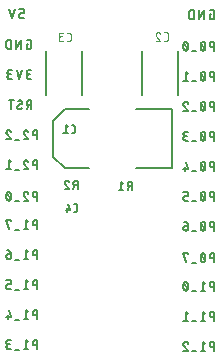
<source format=gbr>
G04 EAGLE Gerber RS-274X export*
G75*
%MOMM*%
%FSLAX34Y34*%
%LPD*%
%INSilkscreen Bottom*%
%IPPOS*%
%AMOC8*
5,1,8,0,0,1.08239X$1,22.5*%
G01*
%ADD10C,0.152400*%
%ADD11C,0.203200*%
%ADD12C,0.127000*%
%ADD13C,0.076200*%


D10*
X199021Y293525D02*
X197775Y293525D01*
X197775Y289372D01*
X200267Y289372D01*
X200346Y289374D01*
X200425Y289380D01*
X200503Y289389D01*
X200581Y289402D01*
X200659Y289419D01*
X200735Y289439D01*
X200810Y289463D01*
X200884Y289491D01*
X200957Y289522D01*
X201028Y289557D01*
X201098Y289595D01*
X201165Y289636D01*
X201230Y289680D01*
X201294Y289727D01*
X201355Y289778D01*
X201413Y289831D01*
X201469Y289887D01*
X201522Y289945D01*
X201573Y290006D01*
X201620Y290070D01*
X201664Y290135D01*
X201705Y290203D01*
X201743Y290272D01*
X201778Y290343D01*
X201809Y290416D01*
X201837Y290490D01*
X201861Y290565D01*
X201881Y290641D01*
X201898Y290719D01*
X201911Y290797D01*
X201920Y290875D01*
X201926Y290954D01*
X201928Y291033D01*
X201928Y295187D01*
X201926Y295266D01*
X201920Y295345D01*
X201911Y295423D01*
X201898Y295501D01*
X201881Y295579D01*
X201861Y295655D01*
X201837Y295730D01*
X201809Y295804D01*
X201778Y295877D01*
X201743Y295948D01*
X201705Y296018D01*
X201664Y296085D01*
X201620Y296150D01*
X201573Y296214D01*
X201522Y296275D01*
X201469Y296333D01*
X201413Y296389D01*
X201355Y296442D01*
X201294Y296493D01*
X201230Y296540D01*
X201165Y296584D01*
X201098Y296625D01*
X201028Y296663D01*
X200957Y296698D01*
X200884Y296729D01*
X200810Y296757D01*
X200735Y296781D01*
X200659Y296801D01*
X200581Y296818D01*
X200503Y296831D01*
X200425Y296840D01*
X200346Y296846D01*
X200267Y296848D01*
X197775Y296848D01*
X193288Y296848D02*
X193288Y289372D01*
X189135Y289372D02*
X193288Y296848D01*
X189135Y296848D02*
X189135Y289372D01*
X184648Y289372D02*
X184648Y296848D01*
X182571Y296848D01*
X182483Y296846D01*
X182395Y296841D01*
X182307Y296831D01*
X182220Y296818D01*
X182133Y296801D01*
X182048Y296781D01*
X181963Y296757D01*
X181879Y296729D01*
X181797Y296698D01*
X181715Y296664D01*
X181636Y296626D01*
X181558Y296584D01*
X181482Y296540D01*
X181408Y296492D01*
X181336Y296441D01*
X181266Y296387D01*
X181199Y296330D01*
X181134Y296271D01*
X181071Y296208D01*
X181012Y296143D01*
X180955Y296076D01*
X180901Y296006D01*
X180850Y295934D01*
X180802Y295860D01*
X180758Y295784D01*
X180716Y295706D01*
X180678Y295627D01*
X180644Y295545D01*
X180613Y295463D01*
X180585Y295379D01*
X180561Y295294D01*
X180541Y295209D01*
X180524Y295122D01*
X180511Y295035D01*
X180501Y294947D01*
X180496Y294859D01*
X180494Y294771D01*
X180495Y294771D02*
X180495Y291449D01*
X180494Y291449D02*
X180496Y291361D01*
X180501Y291273D01*
X180511Y291185D01*
X180524Y291098D01*
X180541Y291011D01*
X180561Y290926D01*
X180585Y290841D01*
X180613Y290757D01*
X180644Y290675D01*
X180678Y290593D01*
X180716Y290514D01*
X180758Y290436D01*
X180802Y290360D01*
X180850Y290286D01*
X180901Y290214D01*
X180955Y290144D01*
X181012Y290077D01*
X181071Y290012D01*
X181134Y289949D01*
X181199Y289890D01*
X181266Y289833D01*
X181336Y289779D01*
X181408Y289728D01*
X181482Y289680D01*
X181558Y289636D01*
X181636Y289594D01*
X181715Y289556D01*
X181797Y289522D01*
X181879Y289491D01*
X181963Y289463D01*
X182048Y289439D01*
X182133Y289419D01*
X182220Y289402D01*
X182307Y289389D01*
X182395Y289379D01*
X182483Y289374D01*
X182571Y289372D01*
X184648Y289372D01*
X40638Y290202D02*
X38146Y290202D01*
X38067Y290204D01*
X37988Y290210D01*
X37910Y290219D01*
X37832Y290232D01*
X37754Y290249D01*
X37678Y290269D01*
X37603Y290293D01*
X37529Y290321D01*
X37456Y290352D01*
X37385Y290387D01*
X37316Y290425D01*
X37248Y290466D01*
X37183Y290510D01*
X37119Y290557D01*
X37058Y290608D01*
X37000Y290661D01*
X36944Y290717D01*
X36891Y290775D01*
X36840Y290836D01*
X36793Y290900D01*
X36749Y290965D01*
X36708Y291033D01*
X36670Y291102D01*
X36635Y291173D01*
X36604Y291246D01*
X36576Y291320D01*
X36552Y291395D01*
X36532Y291471D01*
X36515Y291549D01*
X36502Y291627D01*
X36493Y291705D01*
X36487Y291784D01*
X36485Y291863D01*
X36485Y292694D01*
X36487Y292773D01*
X36493Y292852D01*
X36502Y292930D01*
X36515Y293008D01*
X36532Y293086D01*
X36552Y293162D01*
X36576Y293237D01*
X36604Y293311D01*
X36635Y293384D01*
X36670Y293455D01*
X36708Y293525D01*
X36749Y293592D01*
X36793Y293657D01*
X36840Y293721D01*
X36891Y293782D01*
X36944Y293840D01*
X37000Y293896D01*
X37058Y293949D01*
X37119Y294000D01*
X37183Y294047D01*
X37248Y294091D01*
X37316Y294132D01*
X37385Y294170D01*
X37456Y294205D01*
X37529Y294236D01*
X37603Y294264D01*
X37678Y294288D01*
X37754Y294308D01*
X37832Y294325D01*
X37910Y294338D01*
X37988Y294347D01*
X38067Y294353D01*
X38146Y294355D01*
X40638Y294355D01*
X40638Y297678D01*
X36485Y297678D01*
X32953Y297678D02*
X30461Y290202D01*
X27969Y297678D01*
X44911Y238572D02*
X46988Y238572D01*
X44911Y238572D02*
X44822Y238574D01*
X44732Y238580D01*
X44644Y238589D01*
X44555Y238603D01*
X44468Y238620D01*
X44381Y238641D01*
X44295Y238666D01*
X44210Y238694D01*
X44127Y238726D01*
X44044Y238761D01*
X43964Y238800D01*
X43885Y238843D01*
X43809Y238889D01*
X43734Y238938D01*
X43661Y238990D01*
X43591Y239045D01*
X43523Y239103D01*
X43458Y239165D01*
X43396Y239228D01*
X43336Y239295D01*
X43279Y239364D01*
X43225Y239435D01*
X43175Y239509D01*
X43127Y239585D01*
X43083Y239663D01*
X43042Y239742D01*
X43005Y239823D01*
X42971Y239906D01*
X42941Y239990D01*
X42915Y240076D01*
X42892Y240162D01*
X42873Y240249D01*
X42858Y240337D01*
X42846Y240426D01*
X42838Y240515D01*
X42834Y240604D01*
X42834Y240694D01*
X42838Y240783D01*
X42846Y240872D01*
X42858Y240961D01*
X42873Y241049D01*
X42892Y241136D01*
X42915Y241222D01*
X42941Y241308D01*
X42971Y241392D01*
X43005Y241475D01*
X43042Y241556D01*
X43083Y241635D01*
X43127Y241713D01*
X43175Y241789D01*
X43225Y241863D01*
X43279Y241934D01*
X43336Y242003D01*
X43396Y242070D01*
X43458Y242133D01*
X43523Y242195D01*
X43591Y242253D01*
X43661Y242308D01*
X43734Y242360D01*
X43809Y242409D01*
X43885Y242455D01*
X43964Y242498D01*
X44044Y242537D01*
X44127Y242572D01*
X44210Y242604D01*
X44295Y242632D01*
X44381Y242657D01*
X44468Y242678D01*
X44555Y242695D01*
X44644Y242709D01*
X44732Y242718D01*
X44822Y242724D01*
X44911Y242726D01*
X44496Y246048D02*
X46988Y246048D01*
X44496Y246048D02*
X44416Y246046D01*
X44336Y246040D01*
X44256Y246031D01*
X44177Y246017D01*
X44098Y246000D01*
X44021Y245979D01*
X43945Y245954D01*
X43870Y245925D01*
X43796Y245893D01*
X43724Y245858D01*
X43654Y245819D01*
X43586Y245776D01*
X43520Y245731D01*
X43456Y245682D01*
X43395Y245630D01*
X43336Y245576D01*
X43280Y245518D01*
X43226Y245458D01*
X43176Y245395D01*
X43129Y245331D01*
X43085Y245263D01*
X43044Y245194D01*
X43007Y245123D01*
X42973Y245050D01*
X42943Y244976D01*
X42916Y244900D01*
X42893Y244823D01*
X42874Y244745D01*
X42859Y244667D01*
X42847Y244587D01*
X42839Y244507D01*
X42835Y244427D01*
X42835Y244347D01*
X42839Y244267D01*
X42847Y244187D01*
X42859Y244107D01*
X42874Y244029D01*
X42893Y243951D01*
X42916Y243874D01*
X42943Y243798D01*
X42973Y243724D01*
X43007Y243651D01*
X43044Y243580D01*
X43085Y243511D01*
X43129Y243443D01*
X43176Y243379D01*
X43226Y243316D01*
X43280Y243256D01*
X43336Y243198D01*
X43395Y243144D01*
X43456Y243092D01*
X43520Y243043D01*
X43586Y242998D01*
X43654Y242955D01*
X43724Y242916D01*
X43796Y242881D01*
X43870Y242849D01*
X43945Y242820D01*
X44021Y242795D01*
X44098Y242774D01*
X44177Y242757D01*
X44256Y242743D01*
X44336Y242734D01*
X44416Y242728D01*
X44496Y242726D01*
X44496Y242725D02*
X46157Y242725D01*
X39303Y246048D02*
X36811Y238572D01*
X34319Y246048D01*
X30788Y238572D02*
X28711Y238572D01*
X28622Y238574D01*
X28532Y238580D01*
X28444Y238589D01*
X28355Y238603D01*
X28268Y238620D01*
X28181Y238641D01*
X28095Y238666D01*
X28010Y238694D01*
X27927Y238726D01*
X27844Y238761D01*
X27764Y238800D01*
X27685Y238843D01*
X27609Y238889D01*
X27534Y238938D01*
X27461Y238990D01*
X27391Y239045D01*
X27323Y239103D01*
X27258Y239165D01*
X27196Y239228D01*
X27136Y239295D01*
X27079Y239364D01*
X27025Y239435D01*
X26975Y239509D01*
X26927Y239585D01*
X26883Y239663D01*
X26842Y239742D01*
X26805Y239823D01*
X26771Y239906D01*
X26741Y239990D01*
X26715Y240076D01*
X26692Y240162D01*
X26673Y240249D01*
X26658Y240337D01*
X26646Y240426D01*
X26638Y240515D01*
X26634Y240604D01*
X26634Y240694D01*
X26638Y240783D01*
X26646Y240872D01*
X26658Y240961D01*
X26673Y241049D01*
X26692Y241136D01*
X26715Y241222D01*
X26741Y241308D01*
X26771Y241392D01*
X26805Y241475D01*
X26842Y241556D01*
X26883Y241635D01*
X26927Y241713D01*
X26975Y241789D01*
X27025Y241863D01*
X27079Y241934D01*
X27136Y242003D01*
X27196Y242070D01*
X27258Y242133D01*
X27323Y242195D01*
X27391Y242253D01*
X27461Y242308D01*
X27534Y242360D01*
X27609Y242409D01*
X27685Y242455D01*
X27764Y242498D01*
X27844Y242537D01*
X27927Y242572D01*
X28010Y242604D01*
X28095Y242632D01*
X28181Y242657D01*
X28268Y242678D01*
X28355Y242695D01*
X28444Y242709D01*
X28532Y242718D01*
X28622Y242724D01*
X28711Y242726D01*
X28296Y246048D02*
X30788Y246048D01*
X28296Y246048D02*
X28216Y246046D01*
X28136Y246040D01*
X28056Y246031D01*
X27977Y246017D01*
X27898Y246000D01*
X27821Y245979D01*
X27745Y245954D01*
X27670Y245925D01*
X27596Y245893D01*
X27524Y245858D01*
X27454Y245819D01*
X27386Y245776D01*
X27320Y245731D01*
X27256Y245682D01*
X27195Y245630D01*
X27136Y245576D01*
X27080Y245518D01*
X27026Y245458D01*
X26976Y245395D01*
X26929Y245331D01*
X26885Y245263D01*
X26844Y245194D01*
X26807Y245123D01*
X26773Y245050D01*
X26743Y244976D01*
X26716Y244900D01*
X26693Y244823D01*
X26674Y244745D01*
X26659Y244667D01*
X26647Y244587D01*
X26639Y244507D01*
X26635Y244427D01*
X26635Y244347D01*
X26639Y244267D01*
X26647Y244187D01*
X26659Y244107D01*
X26674Y244029D01*
X26693Y243951D01*
X26716Y243874D01*
X26743Y243798D01*
X26773Y243724D01*
X26807Y243651D01*
X26844Y243580D01*
X26885Y243511D01*
X26929Y243443D01*
X26976Y243379D01*
X27026Y243316D01*
X27080Y243256D01*
X27136Y243198D01*
X27195Y243144D01*
X27256Y243092D01*
X27320Y243043D01*
X27386Y242998D01*
X27454Y242955D01*
X27524Y242916D01*
X27596Y242881D01*
X27670Y242849D01*
X27745Y242820D01*
X27821Y242795D01*
X27898Y242774D01*
X27977Y242757D01*
X28056Y242743D01*
X28136Y242734D01*
X28216Y242728D01*
X28296Y242726D01*
X28296Y242725D02*
X29957Y242725D01*
X42835Y268525D02*
X44081Y268525D01*
X42835Y268525D02*
X42835Y264372D01*
X45327Y264372D01*
X45406Y264374D01*
X45485Y264380D01*
X45563Y264389D01*
X45641Y264402D01*
X45719Y264419D01*
X45795Y264439D01*
X45870Y264463D01*
X45944Y264491D01*
X46017Y264522D01*
X46088Y264557D01*
X46158Y264595D01*
X46225Y264636D01*
X46290Y264680D01*
X46354Y264727D01*
X46415Y264778D01*
X46473Y264831D01*
X46529Y264887D01*
X46582Y264945D01*
X46633Y265006D01*
X46680Y265070D01*
X46724Y265135D01*
X46765Y265203D01*
X46803Y265272D01*
X46838Y265343D01*
X46869Y265416D01*
X46897Y265490D01*
X46921Y265565D01*
X46941Y265641D01*
X46958Y265719D01*
X46971Y265797D01*
X46980Y265875D01*
X46986Y265954D01*
X46988Y266033D01*
X46988Y270187D01*
X46986Y270266D01*
X46980Y270345D01*
X46971Y270423D01*
X46958Y270501D01*
X46941Y270579D01*
X46921Y270655D01*
X46897Y270730D01*
X46869Y270804D01*
X46838Y270877D01*
X46803Y270948D01*
X46765Y271018D01*
X46724Y271085D01*
X46680Y271150D01*
X46633Y271214D01*
X46582Y271275D01*
X46529Y271333D01*
X46473Y271389D01*
X46415Y271442D01*
X46354Y271493D01*
X46290Y271540D01*
X46225Y271584D01*
X46158Y271625D01*
X46088Y271663D01*
X46017Y271698D01*
X45944Y271729D01*
X45870Y271757D01*
X45795Y271781D01*
X45719Y271801D01*
X45641Y271818D01*
X45563Y271831D01*
X45485Y271840D01*
X45406Y271846D01*
X45327Y271848D01*
X42835Y271848D01*
X38348Y271848D02*
X38348Y264372D01*
X34195Y264372D02*
X38348Y271848D01*
X34195Y271848D02*
X34195Y264372D01*
X29708Y264372D02*
X29708Y271848D01*
X27631Y271848D01*
X27543Y271846D01*
X27455Y271841D01*
X27367Y271831D01*
X27280Y271818D01*
X27193Y271801D01*
X27108Y271781D01*
X27023Y271757D01*
X26939Y271729D01*
X26857Y271698D01*
X26775Y271664D01*
X26696Y271626D01*
X26618Y271584D01*
X26542Y271540D01*
X26468Y271492D01*
X26396Y271441D01*
X26326Y271387D01*
X26259Y271330D01*
X26194Y271271D01*
X26131Y271208D01*
X26072Y271143D01*
X26015Y271076D01*
X25961Y271006D01*
X25910Y270934D01*
X25862Y270860D01*
X25818Y270784D01*
X25776Y270706D01*
X25738Y270627D01*
X25704Y270545D01*
X25673Y270463D01*
X25645Y270379D01*
X25621Y270294D01*
X25601Y270209D01*
X25584Y270122D01*
X25571Y270035D01*
X25561Y269947D01*
X25556Y269859D01*
X25554Y269771D01*
X25555Y269771D02*
X25555Y266449D01*
X25554Y266449D02*
X25556Y266361D01*
X25561Y266273D01*
X25571Y266185D01*
X25584Y266098D01*
X25601Y266011D01*
X25621Y265926D01*
X25645Y265841D01*
X25673Y265757D01*
X25704Y265675D01*
X25738Y265593D01*
X25776Y265514D01*
X25818Y265436D01*
X25862Y265360D01*
X25910Y265286D01*
X25961Y265214D01*
X26015Y265144D01*
X26072Y265077D01*
X26131Y265012D01*
X26194Y264949D01*
X26259Y264890D01*
X26326Y264833D01*
X26396Y264779D01*
X26468Y264728D01*
X26542Y264680D01*
X26618Y264636D01*
X26696Y264594D01*
X26775Y264556D01*
X26857Y264522D01*
X26939Y264491D01*
X27023Y264463D01*
X27108Y264439D01*
X27193Y264419D01*
X27280Y264402D01*
X27367Y264389D01*
X27455Y264379D01*
X27543Y264374D01*
X27631Y264372D01*
X29708Y264372D01*
X52068Y195248D02*
X52068Y187772D01*
X52068Y195248D02*
X49991Y195248D01*
X49902Y195246D01*
X49812Y195240D01*
X49724Y195231D01*
X49635Y195217D01*
X49548Y195200D01*
X49461Y195179D01*
X49375Y195154D01*
X49290Y195126D01*
X49207Y195094D01*
X49124Y195059D01*
X49044Y195020D01*
X48965Y194977D01*
X48889Y194931D01*
X48814Y194882D01*
X48741Y194830D01*
X48671Y194775D01*
X48603Y194717D01*
X48538Y194655D01*
X48476Y194592D01*
X48416Y194525D01*
X48359Y194456D01*
X48305Y194385D01*
X48255Y194311D01*
X48207Y194235D01*
X48163Y194157D01*
X48122Y194078D01*
X48085Y193997D01*
X48051Y193914D01*
X48021Y193830D01*
X47995Y193744D01*
X47972Y193658D01*
X47953Y193571D01*
X47938Y193483D01*
X47926Y193394D01*
X47918Y193305D01*
X47914Y193216D01*
X47914Y193126D01*
X47918Y193037D01*
X47926Y192948D01*
X47938Y192859D01*
X47953Y192771D01*
X47972Y192684D01*
X47995Y192598D01*
X48021Y192512D01*
X48051Y192428D01*
X48085Y192345D01*
X48122Y192264D01*
X48163Y192185D01*
X48207Y192107D01*
X48255Y192031D01*
X48305Y191957D01*
X48359Y191886D01*
X48416Y191817D01*
X48476Y191750D01*
X48538Y191687D01*
X48603Y191625D01*
X48671Y191567D01*
X48741Y191512D01*
X48814Y191460D01*
X48889Y191411D01*
X48965Y191365D01*
X49044Y191322D01*
X49124Y191283D01*
X49207Y191248D01*
X49290Y191216D01*
X49375Y191188D01*
X49461Y191163D01*
X49548Y191142D01*
X49635Y191125D01*
X49724Y191111D01*
X49812Y191102D01*
X49902Y191096D01*
X49991Y191094D01*
X49991Y191095D02*
X52068Y191095D01*
X42141Y195248D02*
X42057Y195246D01*
X41973Y195240D01*
X41890Y195231D01*
X41807Y195218D01*
X41725Y195201D01*
X41644Y195181D01*
X41563Y195157D01*
X41484Y195129D01*
X41406Y195098D01*
X41330Y195063D01*
X41255Y195025D01*
X41182Y194983D01*
X41111Y194939D01*
X41042Y194891D01*
X40976Y194840D01*
X40911Y194786D01*
X40849Y194730D01*
X40790Y194671D01*
X40734Y194609D01*
X40680Y194544D01*
X40629Y194478D01*
X40581Y194409D01*
X40537Y194338D01*
X40495Y194265D01*
X40457Y194190D01*
X40422Y194114D01*
X40391Y194036D01*
X40363Y193957D01*
X40339Y193876D01*
X40319Y193795D01*
X40302Y193713D01*
X40289Y193630D01*
X40280Y193547D01*
X40274Y193463D01*
X40272Y193379D01*
X42141Y195248D02*
X42238Y195246D01*
X42336Y195240D01*
X42432Y195230D01*
X42529Y195216D01*
X42625Y195199D01*
X42720Y195177D01*
X42814Y195152D01*
X42907Y195123D01*
X42998Y195090D01*
X43089Y195053D01*
X43177Y195013D01*
X43264Y194969D01*
X43349Y194922D01*
X43433Y194871D01*
X43514Y194817D01*
X43592Y194760D01*
X43669Y194699D01*
X43743Y194636D01*
X43814Y194569D01*
X43882Y194500D01*
X43948Y194428D01*
X44011Y194354D01*
X44070Y194277D01*
X44126Y194197D01*
X44180Y194115D01*
X44229Y194032D01*
X44276Y193946D01*
X44318Y193859D01*
X44358Y193769D01*
X44393Y193679D01*
X44425Y193587D01*
X40894Y191925D02*
X40833Y191985D01*
X40775Y192048D01*
X40720Y192113D01*
X40668Y192181D01*
X40618Y192251D01*
X40571Y192323D01*
X40528Y192396D01*
X40488Y192472D01*
X40451Y192549D01*
X40417Y192628D01*
X40387Y192708D01*
X40360Y192789D01*
X40336Y192871D01*
X40316Y192954D01*
X40300Y193038D01*
X40287Y193123D01*
X40278Y193208D01*
X40273Y193293D01*
X40271Y193379D01*
X40895Y191925D02*
X44425Y187772D01*
X40272Y187772D01*
X36720Y186941D02*
X33397Y186941D01*
X25692Y193379D02*
X25694Y193463D01*
X25700Y193547D01*
X25709Y193630D01*
X25722Y193713D01*
X25739Y193795D01*
X25759Y193876D01*
X25783Y193957D01*
X25811Y194036D01*
X25842Y194114D01*
X25877Y194190D01*
X25915Y194265D01*
X25957Y194338D01*
X26001Y194409D01*
X26049Y194478D01*
X26100Y194544D01*
X26154Y194609D01*
X26210Y194671D01*
X26269Y194730D01*
X26331Y194786D01*
X26396Y194840D01*
X26462Y194891D01*
X26531Y194939D01*
X26602Y194983D01*
X26675Y195025D01*
X26750Y195063D01*
X26826Y195098D01*
X26904Y195129D01*
X26983Y195157D01*
X27064Y195181D01*
X27145Y195201D01*
X27227Y195218D01*
X27310Y195231D01*
X27393Y195240D01*
X27477Y195246D01*
X27561Y195248D01*
X27658Y195246D01*
X27756Y195240D01*
X27852Y195230D01*
X27949Y195216D01*
X28045Y195199D01*
X28140Y195177D01*
X28234Y195152D01*
X28327Y195123D01*
X28418Y195090D01*
X28509Y195053D01*
X28597Y195013D01*
X28684Y194969D01*
X28769Y194922D01*
X28853Y194871D01*
X28934Y194817D01*
X29012Y194760D01*
X29089Y194699D01*
X29163Y194636D01*
X29234Y194569D01*
X29302Y194500D01*
X29368Y194428D01*
X29431Y194354D01*
X29490Y194277D01*
X29546Y194197D01*
X29600Y194115D01*
X29649Y194032D01*
X29696Y193946D01*
X29738Y193859D01*
X29778Y193769D01*
X29813Y193679D01*
X29845Y193587D01*
X26314Y191925D02*
X26253Y191985D01*
X26195Y192048D01*
X26140Y192113D01*
X26088Y192181D01*
X26038Y192251D01*
X25991Y192323D01*
X25948Y192396D01*
X25908Y192472D01*
X25871Y192549D01*
X25837Y192628D01*
X25807Y192708D01*
X25780Y192789D01*
X25756Y192871D01*
X25736Y192954D01*
X25720Y193038D01*
X25707Y193123D01*
X25698Y193208D01*
X25693Y193293D01*
X25691Y193379D01*
X26315Y191925D02*
X29845Y187772D01*
X25692Y187772D01*
X52068Y169848D02*
X52068Y162372D01*
X52068Y169848D02*
X49991Y169848D01*
X49902Y169846D01*
X49812Y169840D01*
X49724Y169831D01*
X49635Y169817D01*
X49548Y169800D01*
X49461Y169779D01*
X49375Y169754D01*
X49290Y169726D01*
X49207Y169694D01*
X49124Y169659D01*
X49044Y169620D01*
X48965Y169577D01*
X48889Y169531D01*
X48814Y169482D01*
X48741Y169430D01*
X48671Y169375D01*
X48603Y169317D01*
X48538Y169255D01*
X48476Y169192D01*
X48416Y169125D01*
X48359Y169056D01*
X48305Y168985D01*
X48255Y168911D01*
X48207Y168835D01*
X48163Y168757D01*
X48122Y168678D01*
X48085Y168597D01*
X48051Y168514D01*
X48021Y168430D01*
X47995Y168344D01*
X47972Y168258D01*
X47953Y168171D01*
X47938Y168083D01*
X47926Y167994D01*
X47918Y167905D01*
X47914Y167816D01*
X47914Y167726D01*
X47918Y167637D01*
X47926Y167548D01*
X47938Y167459D01*
X47953Y167371D01*
X47972Y167284D01*
X47995Y167198D01*
X48021Y167112D01*
X48051Y167028D01*
X48085Y166945D01*
X48122Y166864D01*
X48163Y166785D01*
X48207Y166707D01*
X48255Y166631D01*
X48305Y166557D01*
X48359Y166486D01*
X48416Y166417D01*
X48476Y166350D01*
X48538Y166287D01*
X48603Y166225D01*
X48671Y166167D01*
X48741Y166112D01*
X48814Y166060D01*
X48889Y166011D01*
X48965Y165965D01*
X49044Y165922D01*
X49124Y165883D01*
X49207Y165848D01*
X49290Y165816D01*
X49375Y165788D01*
X49461Y165763D01*
X49548Y165742D01*
X49635Y165725D01*
X49724Y165711D01*
X49812Y165702D01*
X49902Y165696D01*
X49991Y165694D01*
X49991Y165695D02*
X52068Y165695D01*
X42141Y169848D02*
X42057Y169846D01*
X41973Y169840D01*
X41890Y169831D01*
X41807Y169818D01*
X41725Y169801D01*
X41644Y169781D01*
X41563Y169757D01*
X41484Y169729D01*
X41406Y169698D01*
X41330Y169663D01*
X41255Y169625D01*
X41182Y169583D01*
X41111Y169539D01*
X41042Y169491D01*
X40976Y169440D01*
X40911Y169386D01*
X40849Y169330D01*
X40790Y169271D01*
X40734Y169209D01*
X40680Y169144D01*
X40629Y169078D01*
X40581Y169009D01*
X40537Y168938D01*
X40495Y168865D01*
X40457Y168790D01*
X40422Y168714D01*
X40391Y168636D01*
X40363Y168557D01*
X40339Y168476D01*
X40319Y168395D01*
X40302Y168313D01*
X40289Y168230D01*
X40280Y168147D01*
X40274Y168063D01*
X40272Y167979D01*
X42141Y169848D02*
X42238Y169846D01*
X42336Y169840D01*
X42432Y169830D01*
X42529Y169816D01*
X42625Y169799D01*
X42720Y169777D01*
X42814Y169752D01*
X42907Y169723D01*
X42998Y169690D01*
X43089Y169653D01*
X43177Y169613D01*
X43264Y169569D01*
X43349Y169522D01*
X43433Y169471D01*
X43514Y169417D01*
X43592Y169360D01*
X43669Y169299D01*
X43743Y169236D01*
X43814Y169169D01*
X43882Y169100D01*
X43948Y169028D01*
X44011Y168954D01*
X44070Y168877D01*
X44126Y168797D01*
X44180Y168715D01*
X44229Y168632D01*
X44276Y168546D01*
X44318Y168459D01*
X44358Y168369D01*
X44393Y168279D01*
X44425Y168187D01*
X40894Y166525D02*
X40833Y166585D01*
X40775Y166648D01*
X40720Y166713D01*
X40668Y166781D01*
X40618Y166851D01*
X40571Y166923D01*
X40528Y166996D01*
X40488Y167072D01*
X40451Y167149D01*
X40417Y167228D01*
X40387Y167308D01*
X40360Y167389D01*
X40336Y167471D01*
X40316Y167554D01*
X40300Y167638D01*
X40287Y167723D01*
X40278Y167808D01*
X40273Y167893D01*
X40271Y167979D01*
X40895Y166525D02*
X44425Y162372D01*
X40272Y162372D01*
X36720Y161541D02*
X33397Y161541D01*
X29845Y168187D02*
X27768Y169848D01*
X27768Y162372D01*
X25692Y162372D02*
X29845Y162372D01*
X52068Y143178D02*
X52068Y135702D01*
X52068Y143178D02*
X49991Y143178D01*
X49902Y143176D01*
X49812Y143170D01*
X49724Y143161D01*
X49635Y143147D01*
X49548Y143130D01*
X49461Y143109D01*
X49375Y143084D01*
X49290Y143056D01*
X49207Y143024D01*
X49124Y142989D01*
X49044Y142950D01*
X48965Y142907D01*
X48889Y142861D01*
X48814Y142812D01*
X48741Y142760D01*
X48671Y142705D01*
X48603Y142647D01*
X48538Y142585D01*
X48476Y142522D01*
X48416Y142455D01*
X48359Y142386D01*
X48305Y142315D01*
X48255Y142241D01*
X48207Y142165D01*
X48163Y142087D01*
X48122Y142008D01*
X48085Y141927D01*
X48051Y141844D01*
X48021Y141760D01*
X47995Y141674D01*
X47972Y141588D01*
X47953Y141501D01*
X47938Y141413D01*
X47926Y141324D01*
X47918Y141235D01*
X47914Y141146D01*
X47914Y141056D01*
X47918Y140967D01*
X47926Y140878D01*
X47938Y140789D01*
X47953Y140701D01*
X47972Y140614D01*
X47995Y140528D01*
X48021Y140442D01*
X48051Y140358D01*
X48085Y140275D01*
X48122Y140194D01*
X48163Y140115D01*
X48207Y140037D01*
X48255Y139961D01*
X48305Y139887D01*
X48359Y139816D01*
X48416Y139747D01*
X48476Y139680D01*
X48538Y139617D01*
X48603Y139555D01*
X48671Y139497D01*
X48741Y139442D01*
X48814Y139390D01*
X48889Y139341D01*
X48965Y139295D01*
X49044Y139252D01*
X49124Y139213D01*
X49207Y139178D01*
X49290Y139146D01*
X49375Y139118D01*
X49461Y139093D01*
X49548Y139072D01*
X49635Y139055D01*
X49724Y139041D01*
X49812Y139032D01*
X49902Y139026D01*
X49991Y139024D01*
X49991Y139025D02*
X52068Y139025D01*
X42141Y143178D02*
X42057Y143176D01*
X41973Y143170D01*
X41890Y143161D01*
X41807Y143148D01*
X41725Y143131D01*
X41644Y143111D01*
X41563Y143087D01*
X41484Y143059D01*
X41406Y143028D01*
X41330Y142993D01*
X41255Y142955D01*
X41182Y142913D01*
X41111Y142869D01*
X41042Y142821D01*
X40976Y142770D01*
X40911Y142716D01*
X40849Y142660D01*
X40790Y142601D01*
X40734Y142539D01*
X40680Y142474D01*
X40629Y142408D01*
X40581Y142339D01*
X40537Y142268D01*
X40495Y142195D01*
X40457Y142120D01*
X40422Y142044D01*
X40391Y141966D01*
X40363Y141887D01*
X40339Y141806D01*
X40319Y141725D01*
X40302Y141643D01*
X40289Y141560D01*
X40280Y141477D01*
X40274Y141393D01*
X40272Y141309D01*
X42141Y143178D02*
X42238Y143176D01*
X42336Y143170D01*
X42432Y143160D01*
X42529Y143146D01*
X42625Y143129D01*
X42720Y143107D01*
X42814Y143082D01*
X42907Y143053D01*
X42998Y143020D01*
X43089Y142983D01*
X43177Y142943D01*
X43264Y142899D01*
X43349Y142852D01*
X43433Y142801D01*
X43514Y142747D01*
X43592Y142690D01*
X43669Y142629D01*
X43743Y142566D01*
X43814Y142499D01*
X43882Y142430D01*
X43948Y142358D01*
X44011Y142284D01*
X44070Y142207D01*
X44126Y142127D01*
X44180Y142045D01*
X44229Y141962D01*
X44276Y141876D01*
X44318Y141789D01*
X44358Y141699D01*
X44393Y141609D01*
X44425Y141517D01*
X40894Y139855D02*
X40833Y139915D01*
X40775Y139978D01*
X40720Y140043D01*
X40668Y140111D01*
X40618Y140181D01*
X40571Y140253D01*
X40528Y140326D01*
X40488Y140402D01*
X40451Y140479D01*
X40417Y140558D01*
X40387Y140638D01*
X40360Y140719D01*
X40336Y140801D01*
X40316Y140884D01*
X40300Y140968D01*
X40287Y141053D01*
X40278Y141138D01*
X40273Y141223D01*
X40271Y141309D01*
X40895Y139855D02*
X44425Y135702D01*
X40272Y135702D01*
X36720Y134871D02*
X33397Y134871D01*
X29845Y139440D02*
X29843Y139595D01*
X29837Y139750D01*
X29827Y139905D01*
X29814Y140060D01*
X29796Y140214D01*
X29775Y140368D01*
X29749Y140521D01*
X29720Y140674D01*
X29687Y140825D01*
X29650Y140976D01*
X29610Y141126D01*
X29565Y141275D01*
X29517Y141422D01*
X29466Y141569D01*
X29410Y141714D01*
X29351Y141857D01*
X29288Y141999D01*
X29222Y142140D01*
X29222Y142139D02*
X29195Y142211D01*
X29165Y142281D01*
X29132Y142350D01*
X29095Y142416D01*
X29055Y142481D01*
X29012Y142544D01*
X28965Y142605D01*
X28916Y142663D01*
X28864Y142719D01*
X28809Y142772D01*
X28752Y142822D01*
X28692Y142869D01*
X28630Y142913D01*
X28566Y142955D01*
X28500Y142993D01*
X28432Y143027D01*
X28362Y143058D01*
X28291Y143086D01*
X28219Y143110D01*
X28145Y143131D01*
X28071Y143148D01*
X27996Y143161D01*
X27920Y143170D01*
X27844Y143176D01*
X27768Y143178D01*
X27692Y143176D01*
X27616Y143170D01*
X27540Y143161D01*
X27465Y143148D01*
X27391Y143131D01*
X27317Y143110D01*
X27245Y143086D01*
X27174Y143058D01*
X27104Y143027D01*
X27036Y142993D01*
X26970Y142955D01*
X26906Y142913D01*
X26844Y142869D01*
X26784Y142822D01*
X26727Y142772D01*
X26672Y142719D01*
X26620Y142663D01*
X26571Y142605D01*
X26524Y142544D01*
X26481Y142481D01*
X26441Y142416D01*
X26404Y142350D01*
X26371Y142281D01*
X26341Y142211D01*
X26314Y142139D01*
X26314Y142140D02*
X26248Y141999D01*
X26185Y141857D01*
X26126Y141714D01*
X26070Y141569D01*
X26019Y141422D01*
X25971Y141275D01*
X25926Y141126D01*
X25886Y140976D01*
X25849Y140825D01*
X25816Y140674D01*
X25787Y140521D01*
X25761Y140368D01*
X25740Y140214D01*
X25722Y140060D01*
X25709Y139905D01*
X25699Y139750D01*
X25693Y139595D01*
X25691Y139440D01*
X29845Y139440D02*
X29843Y139285D01*
X29837Y139130D01*
X29827Y138975D01*
X29814Y138820D01*
X29796Y138666D01*
X29775Y138512D01*
X29749Y138359D01*
X29720Y138206D01*
X29687Y138055D01*
X29650Y137904D01*
X29610Y137754D01*
X29565Y137605D01*
X29517Y137458D01*
X29466Y137311D01*
X29410Y137166D01*
X29351Y137023D01*
X29288Y136881D01*
X29222Y136740D01*
X29222Y136741D02*
X29195Y136669D01*
X29165Y136599D01*
X29132Y136530D01*
X29095Y136464D01*
X29055Y136399D01*
X29012Y136336D01*
X28965Y136275D01*
X28916Y136217D01*
X28864Y136161D01*
X28809Y136108D01*
X28752Y136058D01*
X28692Y136011D01*
X28630Y135967D01*
X28566Y135925D01*
X28500Y135887D01*
X28432Y135853D01*
X28362Y135822D01*
X28291Y135794D01*
X28219Y135770D01*
X28145Y135749D01*
X28071Y135732D01*
X27996Y135719D01*
X27920Y135710D01*
X27844Y135704D01*
X27768Y135702D01*
X26315Y136740D02*
X26249Y136881D01*
X26186Y137023D01*
X26127Y137166D01*
X26071Y137311D01*
X26020Y137458D01*
X25972Y137605D01*
X25927Y137754D01*
X25887Y137904D01*
X25850Y138055D01*
X25817Y138206D01*
X25788Y138359D01*
X25762Y138512D01*
X25741Y138666D01*
X25723Y138820D01*
X25710Y138975D01*
X25700Y139130D01*
X25694Y139285D01*
X25692Y139440D01*
X26314Y136740D02*
X26341Y136669D01*
X26371Y136599D01*
X26404Y136530D01*
X26441Y136464D01*
X26481Y136399D01*
X26524Y136336D01*
X26571Y136275D01*
X26620Y136217D01*
X26672Y136161D01*
X26727Y136108D01*
X26784Y136058D01*
X26844Y136011D01*
X26906Y135967D01*
X26970Y135925D01*
X27036Y135887D01*
X27104Y135853D01*
X27174Y135822D01*
X27245Y135794D01*
X27317Y135770D01*
X27391Y135749D01*
X27465Y135732D01*
X27540Y135719D01*
X27616Y135710D01*
X27692Y135704D01*
X27768Y135702D01*
X29430Y137363D02*
X26107Y141517D01*
X52068Y119048D02*
X52068Y111572D01*
X52068Y119048D02*
X49991Y119048D01*
X49902Y119046D01*
X49812Y119040D01*
X49724Y119031D01*
X49635Y119017D01*
X49548Y119000D01*
X49461Y118979D01*
X49375Y118954D01*
X49290Y118926D01*
X49207Y118894D01*
X49124Y118859D01*
X49044Y118820D01*
X48965Y118777D01*
X48889Y118731D01*
X48814Y118682D01*
X48741Y118630D01*
X48671Y118575D01*
X48603Y118517D01*
X48538Y118455D01*
X48476Y118392D01*
X48416Y118325D01*
X48359Y118256D01*
X48305Y118185D01*
X48255Y118111D01*
X48207Y118035D01*
X48163Y117957D01*
X48122Y117878D01*
X48085Y117797D01*
X48051Y117714D01*
X48021Y117630D01*
X47995Y117544D01*
X47972Y117458D01*
X47953Y117371D01*
X47938Y117283D01*
X47926Y117194D01*
X47918Y117105D01*
X47914Y117016D01*
X47914Y116926D01*
X47918Y116837D01*
X47926Y116748D01*
X47938Y116659D01*
X47953Y116571D01*
X47972Y116484D01*
X47995Y116398D01*
X48021Y116312D01*
X48051Y116228D01*
X48085Y116145D01*
X48122Y116064D01*
X48163Y115985D01*
X48207Y115907D01*
X48255Y115831D01*
X48305Y115757D01*
X48359Y115686D01*
X48416Y115617D01*
X48476Y115550D01*
X48538Y115487D01*
X48603Y115425D01*
X48671Y115367D01*
X48741Y115312D01*
X48814Y115260D01*
X48889Y115211D01*
X48965Y115165D01*
X49044Y115122D01*
X49124Y115083D01*
X49207Y115048D01*
X49290Y115016D01*
X49375Y114988D01*
X49461Y114963D01*
X49548Y114942D01*
X49635Y114925D01*
X49724Y114911D01*
X49812Y114902D01*
X49902Y114896D01*
X49991Y114894D01*
X49991Y114895D02*
X52068Y114895D01*
X44425Y117387D02*
X42348Y119048D01*
X42348Y111572D01*
X40272Y111572D02*
X44425Y111572D01*
X36720Y110741D02*
X33397Y110741D01*
X29845Y118217D02*
X29845Y119048D01*
X25692Y119048D01*
X27768Y111572D01*
X52068Y93648D02*
X52068Y86172D01*
X52068Y93648D02*
X49991Y93648D01*
X49902Y93646D01*
X49812Y93640D01*
X49724Y93631D01*
X49635Y93617D01*
X49548Y93600D01*
X49461Y93579D01*
X49375Y93554D01*
X49290Y93526D01*
X49207Y93494D01*
X49124Y93459D01*
X49044Y93420D01*
X48965Y93377D01*
X48889Y93331D01*
X48814Y93282D01*
X48741Y93230D01*
X48671Y93175D01*
X48603Y93117D01*
X48538Y93055D01*
X48476Y92992D01*
X48416Y92925D01*
X48359Y92856D01*
X48305Y92785D01*
X48255Y92711D01*
X48207Y92635D01*
X48163Y92557D01*
X48122Y92478D01*
X48085Y92397D01*
X48051Y92314D01*
X48021Y92230D01*
X47995Y92144D01*
X47972Y92058D01*
X47953Y91971D01*
X47938Y91883D01*
X47926Y91794D01*
X47918Y91705D01*
X47914Y91616D01*
X47914Y91526D01*
X47918Y91437D01*
X47926Y91348D01*
X47938Y91259D01*
X47953Y91171D01*
X47972Y91084D01*
X47995Y90998D01*
X48021Y90912D01*
X48051Y90828D01*
X48085Y90745D01*
X48122Y90664D01*
X48163Y90585D01*
X48207Y90507D01*
X48255Y90431D01*
X48305Y90357D01*
X48359Y90286D01*
X48416Y90217D01*
X48476Y90150D01*
X48538Y90087D01*
X48603Y90025D01*
X48671Y89967D01*
X48741Y89912D01*
X48814Y89860D01*
X48889Y89811D01*
X48965Y89765D01*
X49044Y89722D01*
X49124Y89683D01*
X49207Y89648D01*
X49290Y89616D01*
X49375Y89588D01*
X49461Y89563D01*
X49548Y89542D01*
X49635Y89525D01*
X49724Y89511D01*
X49812Y89502D01*
X49902Y89496D01*
X49991Y89494D01*
X49991Y89495D02*
X52068Y89495D01*
X44425Y91987D02*
X42348Y93648D01*
X42348Y86172D01*
X40272Y86172D02*
X44425Y86172D01*
X36720Y85341D02*
X33397Y85341D01*
X29845Y90325D02*
X27353Y90325D01*
X27274Y90323D01*
X27195Y90317D01*
X27117Y90308D01*
X27039Y90295D01*
X26961Y90278D01*
X26885Y90258D01*
X26810Y90234D01*
X26736Y90206D01*
X26663Y90175D01*
X26592Y90140D01*
X26523Y90102D01*
X26455Y90061D01*
X26390Y90017D01*
X26326Y89970D01*
X26265Y89919D01*
X26207Y89866D01*
X26151Y89810D01*
X26098Y89752D01*
X26047Y89691D01*
X26000Y89627D01*
X25956Y89562D01*
X25915Y89495D01*
X25877Y89425D01*
X25842Y89354D01*
X25811Y89281D01*
X25783Y89207D01*
X25759Y89132D01*
X25739Y89056D01*
X25722Y88978D01*
X25709Y88900D01*
X25700Y88822D01*
X25694Y88743D01*
X25692Y88664D01*
X25692Y88249D01*
X25691Y88249D02*
X25693Y88160D01*
X25699Y88070D01*
X25708Y87982D01*
X25722Y87893D01*
X25739Y87806D01*
X25760Y87719D01*
X25785Y87633D01*
X25813Y87548D01*
X25845Y87465D01*
X25880Y87382D01*
X25919Y87302D01*
X25962Y87223D01*
X26008Y87147D01*
X26057Y87072D01*
X26109Y86999D01*
X26164Y86929D01*
X26222Y86861D01*
X26284Y86796D01*
X26347Y86734D01*
X26414Y86674D01*
X26483Y86617D01*
X26554Y86563D01*
X26628Y86513D01*
X26704Y86465D01*
X26782Y86421D01*
X26861Y86380D01*
X26942Y86343D01*
X27025Y86309D01*
X27109Y86279D01*
X27195Y86253D01*
X27281Y86230D01*
X27368Y86211D01*
X27456Y86196D01*
X27545Y86184D01*
X27634Y86176D01*
X27723Y86172D01*
X27813Y86172D01*
X27902Y86176D01*
X27991Y86184D01*
X28080Y86196D01*
X28168Y86211D01*
X28255Y86230D01*
X28341Y86253D01*
X28427Y86279D01*
X28511Y86309D01*
X28594Y86343D01*
X28675Y86380D01*
X28754Y86421D01*
X28832Y86465D01*
X28908Y86513D01*
X28982Y86563D01*
X29053Y86617D01*
X29122Y86674D01*
X29189Y86734D01*
X29252Y86796D01*
X29314Y86861D01*
X29372Y86929D01*
X29427Y86999D01*
X29479Y87072D01*
X29528Y87147D01*
X29574Y87223D01*
X29617Y87302D01*
X29656Y87382D01*
X29691Y87465D01*
X29723Y87548D01*
X29751Y87633D01*
X29776Y87719D01*
X29797Y87806D01*
X29814Y87893D01*
X29828Y87982D01*
X29837Y88070D01*
X29843Y88160D01*
X29845Y88249D01*
X29845Y90325D01*
X29843Y90438D01*
X29837Y90552D01*
X29828Y90665D01*
X29814Y90777D01*
X29797Y90890D01*
X29775Y91001D01*
X29751Y91112D01*
X29722Y91222D01*
X29689Y91330D01*
X29653Y91438D01*
X29613Y91544D01*
X29570Y91649D01*
X29523Y91752D01*
X29472Y91854D01*
X29419Y91954D01*
X29361Y92052D01*
X29301Y92147D01*
X29237Y92241D01*
X29170Y92333D01*
X29100Y92422D01*
X29027Y92509D01*
X28951Y92593D01*
X28872Y92675D01*
X28790Y92754D01*
X28706Y92830D01*
X28619Y92903D01*
X28530Y92973D01*
X28438Y93040D01*
X28345Y93104D01*
X28249Y93164D01*
X28151Y93222D01*
X28051Y93275D01*
X27949Y93326D01*
X27846Y93373D01*
X27741Y93416D01*
X27635Y93456D01*
X27527Y93492D01*
X27419Y93525D01*
X27309Y93554D01*
X27198Y93578D01*
X27087Y93600D01*
X26975Y93617D01*
X26862Y93631D01*
X26749Y93640D01*
X26636Y93646D01*
X26522Y93648D01*
X52068Y68248D02*
X52068Y60772D01*
X52068Y68248D02*
X49991Y68248D01*
X49902Y68246D01*
X49812Y68240D01*
X49724Y68231D01*
X49635Y68217D01*
X49548Y68200D01*
X49461Y68179D01*
X49375Y68154D01*
X49290Y68126D01*
X49207Y68094D01*
X49124Y68059D01*
X49044Y68020D01*
X48965Y67977D01*
X48889Y67931D01*
X48814Y67882D01*
X48741Y67830D01*
X48671Y67775D01*
X48603Y67717D01*
X48538Y67655D01*
X48476Y67592D01*
X48416Y67525D01*
X48359Y67456D01*
X48305Y67385D01*
X48255Y67311D01*
X48207Y67235D01*
X48163Y67157D01*
X48122Y67078D01*
X48085Y66997D01*
X48051Y66914D01*
X48021Y66830D01*
X47995Y66744D01*
X47972Y66658D01*
X47953Y66571D01*
X47938Y66483D01*
X47926Y66394D01*
X47918Y66305D01*
X47914Y66216D01*
X47914Y66126D01*
X47918Y66037D01*
X47926Y65948D01*
X47938Y65859D01*
X47953Y65771D01*
X47972Y65684D01*
X47995Y65598D01*
X48021Y65512D01*
X48051Y65428D01*
X48085Y65345D01*
X48122Y65264D01*
X48163Y65185D01*
X48207Y65107D01*
X48255Y65031D01*
X48305Y64957D01*
X48359Y64886D01*
X48416Y64817D01*
X48476Y64750D01*
X48538Y64687D01*
X48603Y64625D01*
X48671Y64567D01*
X48741Y64512D01*
X48814Y64460D01*
X48889Y64411D01*
X48965Y64365D01*
X49044Y64322D01*
X49124Y64283D01*
X49207Y64248D01*
X49290Y64216D01*
X49375Y64188D01*
X49461Y64163D01*
X49548Y64142D01*
X49635Y64125D01*
X49724Y64111D01*
X49812Y64102D01*
X49902Y64096D01*
X49991Y64094D01*
X49991Y64095D02*
X52068Y64095D01*
X44425Y66587D02*
X42348Y68248D01*
X42348Y60772D01*
X40272Y60772D02*
X44425Y60772D01*
X36720Y59941D02*
X33397Y59941D01*
X29845Y60772D02*
X27353Y60772D01*
X27274Y60774D01*
X27195Y60780D01*
X27117Y60789D01*
X27039Y60802D01*
X26961Y60819D01*
X26885Y60839D01*
X26810Y60863D01*
X26736Y60891D01*
X26663Y60922D01*
X26592Y60957D01*
X26522Y60995D01*
X26455Y61036D01*
X26390Y61080D01*
X26326Y61127D01*
X26265Y61178D01*
X26207Y61231D01*
X26151Y61287D01*
X26098Y61345D01*
X26047Y61406D01*
X26000Y61470D01*
X25956Y61535D01*
X25915Y61603D01*
X25877Y61672D01*
X25842Y61743D01*
X25811Y61816D01*
X25783Y61890D01*
X25759Y61965D01*
X25739Y62041D01*
X25722Y62119D01*
X25709Y62197D01*
X25700Y62275D01*
X25694Y62354D01*
X25692Y62433D01*
X25692Y63264D01*
X25694Y63343D01*
X25700Y63422D01*
X25709Y63500D01*
X25722Y63578D01*
X25739Y63656D01*
X25759Y63732D01*
X25783Y63807D01*
X25811Y63881D01*
X25842Y63954D01*
X25877Y64025D01*
X25915Y64095D01*
X25956Y64162D01*
X26000Y64227D01*
X26047Y64291D01*
X26098Y64352D01*
X26151Y64410D01*
X26207Y64466D01*
X26265Y64519D01*
X26326Y64570D01*
X26390Y64617D01*
X26455Y64661D01*
X26523Y64702D01*
X26592Y64740D01*
X26663Y64775D01*
X26736Y64806D01*
X26810Y64834D01*
X26885Y64858D01*
X26961Y64878D01*
X27039Y64895D01*
X27117Y64908D01*
X27195Y64917D01*
X27274Y64923D01*
X27353Y64925D01*
X29845Y64925D01*
X29845Y68248D01*
X25692Y68248D01*
X52068Y42848D02*
X52068Y35372D01*
X52068Y42848D02*
X49991Y42848D01*
X49902Y42846D01*
X49812Y42840D01*
X49724Y42831D01*
X49635Y42817D01*
X49548Y42800D01*
X49461Y42779D01*
X49375Y42754D01*
X49290Y42726D01*
X49207Y42694D01*
X49124Y42659D01*
X49044Y42620D01*
X48965Y42577D01*
X48889Y42531D01*
X48814Y42482D01*
X48741Y42430D01*
X48671Y42375D01*
X48603Y42317D01*
X48538Y42255D01*
X48476Y42192D01*
X48416Y42125D01*
X48359Y42056D01*
X48305Y41985D01*
X48255Y41911D01*
X48207Y41835D01*
X48163Y41757D01*
X48122Y41678D01*
X48085Y41597D01*
X48051Y41514D01*
X48021Y41430D01*
X47995Y41344D01*
X47972Y41258D01*
X47953Y41171D01*
X47938Y41083D01*
X47926Y40994D01*
X47918Y40905D01*
X47914Y40816D01*
X47914Y40726D01*
X47918Y40637D01*
X47926Y40548D01*
X47938Y40459D01*
X47953Y40371D01*
X47972Y40284D01*
X47995Y40198D01*
X48021Y40112D01*
X48051Y40028D01*
X48085Y39945D01*
X48122Y39864D01*
X48163Y39785D01*
X48207Y39707D01*
X48255Y39631D01*
X48305Y39557D01*
X48359Y39486D01*
X48416Y39417D01*
X48476Y39350D01*
X48538Y39287D01*
X48603Y39225D01*
X48671Y39167D01*
X48741Y39112D01*
X48814Y39060D01*
X48889Y39011D01*
X48965Y38965D01*
X49044Y38922D01*
X49124Y38883D01*
X49207Y38848D01*
X49290Y38816D01*
X49375Y38788D01*
X49461Y38763D01*
X49548Y38742D01*
X49635Y38725D01*
X49724Y38711D01*
X49812Y38702D01*
X49902Y38696D01*
X49991Y38694D01*
X49991Y38695D02*
X52068Y38695D01*
X44425Y41187D02*
X42348Y42848D01*
X42348Y35372D01*
X40272Y35372D02*
X44425Y35372D01*
X36720Y34541D02*
X33397Y34541D01*
X29845Y37033D02*
X28184Y42848D01*
X29845Y37033D02*
X25692Y37033D01*
X26938Y35372D02*
X26938Y38695D01*
X52068Y17448D02*
X52068Y9972D01*
X52068Y17448D02*
X49991Y17448D01*
X49902Y17446D01*
X49812Y17440D01*
X49724Y17431D01*
X49635Y17417D01*
X49548Y17400D01*
X49461Y17379D01*
X49375Y17354D01*
X49290Y17326D01*
X49207Y17294D01*
X49124Y17259D01*
X49044Y17220D01*
X48965Y17177D01*
X48889Y17131D01*
X48814Y17082D01*
X48741Y17030D01*
X48671Y16975D01*
X48603Y16917D01*
X48538Y16855D01*
X48476Y16792D01*
X48416Y16725D01*
X48359Y16656D01*
X48305Y16585D01*
X48255Y16511D01*
X48207Y16435D01*
X48163Y16357D01*
X48122Y16278D01*
X48085Y16197D01*
X48051Y16114D01*
X48021Y16030D01*
X47995Y15944D01*
X47972Y15858D01*
X47953Y15771D01*
X47938Y15683D01*
X47926Y15594D01*
X47918Y15505D01*
X47914Y15416D01*
X47914Y15326D01*
X47918Y15237D01*
X47926Y15148D01*
X47938Y15059D01*
X47953Y14971D01*
X47972Y14884D01*
X47995Y14798D01*
X48021Y14712D01*
X48051Y14628D01*
X48085Y14545D01*
X48122Y14464D01*
X48163Y14385D01*
X48207Y14307D01*
X48255Y14231D01*
X48305Y14157D01*
X48359Y14086D01*
X48416Y14017D01*
X48476Y13950D01*
X48538Y13887D01*
X48603Y13825D01*
X48671Y13767D01*
X48741Y13712D01*
X48814Y13660D01*
X48889Y13611D01*
X48965Y13565D01*
X49044Y13522D01*
X49124Y13483D01*
X49207Y13448D01*
X49290Y13416D01*
X49375Y13388D01*
X49461Y13363D01*
X49548Y13342D01*
X49635Y13325D01*
X49724Y13311D01*
X49812Y13302D01*
X49902Y13296D01*
X49991Y13294D01*
X49991Y13295D02*
X52068Y13295D01*
X44425Y15787D02*
X42348Y17448D01*
X42348Y9972D01*
X40272Y9972D02*
X44425Y9972D01*
X36720Y9141D02*
X33397Y9141D01*
X29845Y9972D02*
X27768Y9972D01*
X27679Y9974D01*
X27589Y9980D01*
X27501Y9989D01*
X27412Y10003D01*
X27325Y10020D01*
X27238Y10041D01*
X27152Y10066D01*
X27067Y10094D01*
X26984Y10126D01*
X26901Y10161D01*
X26821Y10200D01*
X26742Y10243D01*
X26666Y10289D01*
X26591Y10338D01*
X26518Y10390D01*
X26448Y10445D01*
X26380Y10503D01*
X26315Y10565D01*
X26253Y10628D01*
X26193Y10695D01*
X26136Y10764D01*
X26082Y10835D01*
X26032Y10909D01*
X25984Y10985D01*
X25940Y11063D01*
X25899Y11142D01*
X25862Y11223D01*
X25828Y11306D01*
X25798Y11390D01*
X25772Y11476D01*
X25749Y11562D01*
X25730Y11649D01*
X25715Y11737D01*
X25703Y11826D01*
X25695Y11915D01*
X25691Y12004D01*
X25691Y12094D01*
X25695Y12183D01*
X25703Y12272D01*
X25715Y12361D01*
X25730Y12449D01*
X25749Y12536D01*
X25772Y12622D01*
X25798Y12708D01*
X25828Y12792D01*
X25862Y12875D01*
X25899Y12956D01*
X25940Y13035D01*
X25984Y13113D01*
X26032Y13189D01*
X26082Y13263D01*
X26136Y13334D01*
X26193Y13403D01*
X26253Y13470D01*
X26315Y13533D01*
X26380Y13595D01*
X26448Y13653D01*
X26518Y13708D01*
X26591Y13760D01*
X26666Y13809D01*
X26742Y13855D01*
X26821Y13898D01*
X26901Y13937D01*
X26984Y13972D01*
X27067Y14004D01*
X27152Y14032D01*
X27238Y14057D01*
X27325Y14078D01*
X27412Y14095D01*
X27501Y14109D01*
X27589Y14118D01*
X27679Y14124D01*
X27768Y14126D01*
X27353Y17448D02*
X29845Y17448D01*
X27353Y17448D02*
X27273Y17446D01*
X27193Y17440D01*
X27113Y17431D01*
X27034Y17417D01*
X26955Y17400D01*
X26878Y17379D01*
X26802Y17354D01*
X26727Y17325D01*
X26653Y17293D01*
X26581Y17258D01*
X26511Y17219D01*
X26443Y17176D01*
X26377Y17131D01*
X26313Y17082D01*
X26252Y17030D01*
X26193Y16976D01*
X26137Y16918D01*
X26083Y16858D01*
X26033Y16795D01*
X25986Y16731D01*
X25942Y16663D01*
X25901Y16594D01*
X25864Y16523D01*
X25830Y16450D01*
X25800Y16376D01*
X25773Y16300D01*
X25750Y16223D01*
X25731Y16145D01*
X25716Y16067D01*
X25704Y15987D01*
X25696Y15907D01*
X25692Y15827D01*
X25692Y15747D01*
X25696Y15667D01*
X25704Y15587D01*
X25716Y15507D01*
X25731Y15429D01*
X25750Y15351D01*
X25773Y15274D01*
X25800Y15198D01*
X25830Y15124D01*
X25864Y15051D01*
X25901Y14980D01*
X25942Y14911D01*
X25986Y14843D01*
X26033Y14779D01*
X26083Y14716D01*
X26137Y14656D01*
X26193Y14598D01*
X26252Y14544D01*
X26313Y14492D01*
X26377Y14443D01*
X26443Y14398D01*
X26511Y14355D01*
X26581Y14316D01*
X26653Y14281D01*
X26727Y14249D01*
X26802Y14220D01*
X26878Y14195D01*
X26955Y14174D01*
X27034Y14157D01*
X27113Y14143D01*
X27193Y14134D01*
X27273Y14128D01*
X27353Y14126D01*
X27353Y14125D02*
X29014Y14125D01*
X46988Y213172D02*
X46988Y220648D01*
X44911Y220648D01*
X44822Y220646D01*
X44732Y220640D01*
X44644Y220631D01*
X44555Y220617D01*
X44468Y220600D01*
X44381Y220579D01*
X44295Y220554D01*
X44210Y220526D01*
X44127Y220494D01*
X44044Y220459D01*
X43964Y220420D01*
X43885Y220377D01*
X43809Y220331D01*
X43734Y220282D01*
X43661Y220230D01*
X43591Y220175D01*
X43523Y220117D01*
X43458Y220055D01*
X43396Y219992D01*
X43336Y219925D01*
X43279Y219856D01*
X43225Y219785D01*
X43175Y219711D01*
X43127Y219635D01*
X43083Y219557D01*
X43042Y219478D01*
X43005Y219397D01*
X42971Y219314D01*
X42941Y219230D01*
X42915Y219144D01*
X42892Y219058D01*
X42873Y218971D01*
X42858Y218883D01*
X42846Y218794D01*
X42838Y218705D01*
X42834Y218616D01*
X42834Y218526D01*
X42838Y218437D01*
X42846Y218348D01*
X42858Y218259D01*
X42873Y218171D01*
X42892Y218084D01*
X42915Y217998D01*
X42941Y217912D01*
X42971Y217828D01*
X43005Y217745D01*
X43042Y217664D01*
X43083Y217585D01*
X43127Y217507D01*
X43175Y217431D01*
X43225Y217357D01*
X43279Y217286D01*
X43336Y217217D01*
X43396Y217150D01*
X43458Y217087D01*
X43523Y217025D01*
X43591Y216967D01*
X43661Y216912D01*
X43734Y216860D01*
X43809Y216811D01*
X43885Y216765D01*
X43964Y216722D01*
X44044Y216683D01*
X44127Y216648D01*
X44210Y216616D01*
X44295Y216588D01*
X44381Y216563D01*
X44468Y216542D01*
X44555Y216525D01*
X44644Y216511D01*
X44732Y216502D01*
X44822Y216496D01*
X44911Y216494D01*
X44911Y216495D02*
X46988Y216495D01*
X44496Y216495D02*
X42835Y213172D01*
X36747Y213172D02*
X36668Y213174D01*
X36589Y213180D01*
X36511Y213189D01*
X36433Y213202D01*
X36355Y213219D01*
X36279Y213239D01*
X36204Y213263D01*
X36130Y213291D01*
X36057Y213322D01*
X35986Y213357D01*
X35917Y213395D01*
X35849Y213436D01*
X35784Y213480D01*
X35720Y213527D01*
X35659Y213578D01*
X35601Y213631D01*
X35545Y213687D01*
X35492Y213745D01*
X35441Y213806D01*
X35394Y213870D01*
X35350Y213935D01*
X35309Y214003D01*
X35271Y214072D01*
X35236Y214143D01*
X35205Y214216D01*
X35177Y214290D01*
X35153Y214365D01*
X35133Y214441D01*
X35116Y214519D01*
X35103Y214597D01*
X35094Y214675D01*
X35088Y214754D01*
X35086Y214833D01*
X36747Y213172D02*
X36862Y213174D01*
X36978Y213180D01*
X37093Y213189D01*
X37208Y213202D01*
X37322Y213219D01*
X37435Y213240D01*
X37548Y213265D01*
X37660Y213293D01*
X37771Y213325D01*
X37881Y213360D01*
X37990Y213399D01*
X38097Y213442D01*
X38203Y213488D01*
X38307Y213538D01*
X38410Y213591D01*
X38510Y213647D01*
X38609Y213707D01*
X38706Y213770D01*
X38801Y213836D01*
X38893Y213905D01*
X38984Y213977D01*
X39071Y214052D01*
X39157Y214130D01*
X39239Y214210D01*
X39031Y218987D02*
X39029Y219066D01*
X39023Y219145D01*
X39014Y219223D01*
X39001Y219301D01*
X38984Y219379D01*
X38964Y219455D01*
X38940Y219530D01*
X38912Y219604D01*
X38881Y219677D01*
X38846Y219748D01*
X38808Y219818D01*
X38767Y219885D01*
X38723Y219950D01*
X38676Y220014D01*
X38625Y220075D01*
X38572Y220133D01*
X38516Y220189D01*
X38458Y220242D01*
X38397Y220293D01*
X38333Y220340D01*
X38268Y220384D01*
X38201Y220425D01*
X38131Y220463D01*
X38060Y220498D01*
X37987Y220529D01*
X37913Y220557D01*
X37838Y220581D01*
X37762Y220601D01*
X37684Y220618D01*
X37606Y220631D01*
X37528Y220640D01*
X37449Y220646D01*
X37370Y220648D01*
X37265Y220646D01*
X37159Y220641D01*
X37054Y220632D01*
X36949Y220619D01*
X36845Y220603D01*
X36741Y220584D01*
X36638Y220561D01*
X36536Y220534D01*
X36435Y220504D01*
X36335Y220471D01*
X36236Y220434D01*
X36139Y220394D01*
X36042Y220351D01*
X35948Y220304D01*
X35855Y220255D01*
X35763Y220202D01*
X35674Y220146D01*
X35586Y220087D01*
X35501Y220025D01*
X38201Y217534D02*
X38268Y217576D01*
X38334Y217621D01*
X38397Y217669D01*
X38458Y217720D01*
X38517Y217774D01*
X38572Y217831D01*
X38626Y217890D01*
X38676Y217952D01*
X38723Y218016D01*
X38768Y218082D01*
X38809Y218150D01*
X38847Y218220D01*
X38881Y218292D01*
X38912Y218365D01*
X38940Y218440D01*
X38964Y218516D01*
X38984Y218593D01*
X39001Y218670D01*
X39014Y218749D01*
X39023Y218828D01*
X39029Y218907D01*
X39031Y218987D01*
X35917Y216286D02*
X35849Y216244D01*
X35783Y216199D01*
X35720Y216151D01*
X35659Y216100D01*
X35600Y216046D01*
X35545Y215989D01*
X35491Y215930D01*
X35441Y215868D01*
X35394Y215804D01*
X35349Y215738D01*
X35308Y215670D01*
X35270Y215600D01*
X35236Y215528D01*
X35205Y215455D01*
X35177Y215380D01*
X35153Y215304D01*
X35133Y215227D01*
X35116Y215150D01*
X35103Y215071D01*
X35094Y214992D01*
X35088Y214913D01*
X35086Y214833D01*
X35917Y216287D02*
X38201Y217533D01*
X29873Y220648D02*
X29873Y213172D01*
X31949Y220648D02*
X27796Y220648D01*
X201928Y262702D02*
X201928Y270178D01*
X199851Y270178D01*
X199762Y270176D01*
X199672Y270170D01*
X199584Y270161D01*
X199495Y270147D01*
X199408Y270130D01*
X199321Y270109D01*
X199235Y270084D01*
X199150Y270056D01*
X199067Y270024D01*
X198984Y269989D01*
X198904Y269950D01*
X198825Y269907D01*
X198749Y269861D01*
X198674Y269812D01*
X198601Y269760D01*
X198531Y269705D01*
X198463Y269647D01*
X198398Y269585D01*
X198336Y269522D01*
X198276Y269455D01*
X198219Y269386D01*
X198165Y269315D01*
X198115Y269241D01*
X198067Y269165D01*
X198023Y269087D01*
X197982Y269008D01*
X197945Y268927D01*
X197911Y268844D01*
X197881Y268760D01*
X197855Y268674D01*
X197832Y268588D01*
X197813Y268501D01*
X197798Y268413D01*
X197786Y268324D01*
X197778Y268235D01*
X197774Y268146D01*
X197774Y268056D01*
X197778Y267967D01*
X197786Y267878D01*
X197798Y267789D01*
X197813Y267701D01*
X197832Y267614D01*
X197855Y267528D01*
X197881Y267442D01*
X197911Y267358D01*
X197945Y267275D01*
X197982Y267194D01*
X198023Y267115D01*
X198067Y267037D01*
X198115Y266961D01*
X198165Y266887D01*
X198219Y266816D01*
X198276Y266747D01*
X198336Y266680D01*
X198398Y266617D01*
X198463Y266555D01*
X198531Y266497D01*
X198601Y266442D01*
X198674Y266390D01*
X198749Y266341D01*
X198825Y266295D01*
X198904Y266252D01*
X198984Y266213D01*
X199067Y266178D01*
X199150Y266146D01*
X199235Y266118D01*
X199321Y266093D01*
X199408Y266072D01*
X199495Y266055D01*
X199584Y266041D01*
X199672Y266032D01*
X199762Y266026D01*
X199851Y266024D01*
X199851Y266025D02*
X201928Y266025D01*
X194285Y266440D02*
X194283Y266595D01*
X194277Y266750D01*
X194267Y266905D01*
X194254Y267060D01*
X194236Y267214D01*
X194215Y267368D01*
X194189Y267521D01*
X194160Y267674D01*
X194127Y267825D01*
X194090Y267976D01*
X194050Y268126D01*
X194005Y268275D01*
X193957Y268422D01*
X193906Y268569D01*
X193850Y268714D01*
X193791Y268857D01*
X193728Y268999D01*
X193662Y269140D01*
X193662Y269139D02*
X193635Y269211D01*
X193605Y269281D01*
X193572Y269350D01*
X193535Y269416D01*
X193495Y269481D01*
X193452Y269544D01*
X193405Y269605D01*
X193356Y269663D01*
X193304Y269719D01*
X193249Y269772D01*
X193192Y269822D01*
X193132Y269869D01*
X193070Y269913D01*
X193006Y269955D01*
X192940Y269993D01*
X192872Y270027D01*
X192802Y270058D01*
X192731Y270086D01*
X192659Y270110D01*
X192585Y270131D01*
X192511Y270148D01*
X192436Y270161D01*
X192360Y270170D01*
X192284Y270176D01*
X192208Y270178D01*
X192132Y270176D01*
X192056Y270170D01*
X191980Y270161D01*
X191905Y270148D01*
X191831Y270131D01*
X191757Y270110D01*
X191685Y270086D01*
X191614Y270058D01*
X191544Y270027D01*
X191476Y269993D01*
X191410Y269955D01*
X191346Y269913D01*
X191284Y269869D01*
X191224Y269822D01*
X191167Y269772D01*
X191112Y269719D01*
X191060Y269663D01*
X191011Y269605D01*
X190964Y269544D01*
X190921Y269481D01*
X190881Y269416D01*
X190844Y269350D01*
X190811Y269281D01*
X190781Y269211D01*
X190754Y269139D01*
X190754Y269140D02*
X190688Y268999D01*
X190625Y268857D01*
X190566Y268714D01*
X190510Y268569D01*
X190459Y268422D01*
X190411Y268275D01*
X190366Y268126D01*
X190326Y267976D01*
X190289Y267825D01*
X190256Y267674D01*
X190227Y267521D01*
X190201Y267368D01*
X190180Y267214D01*
X190162Y267060D01*
X190149Y266905D01*
X190139Y266750D01*
X190133Y266595D01*
X190131Y266440D01*
X194285Y266440D02*
X194283Y266285D01*
X194277Y266130D01*
X194267Y265975D01*
X194254Y265820D01*
X194236Y265666D01*
X194215Y265512D01*
X194189Y265359D01*
X194160Y265206D01*
X194127Y265055D01*
X194090Y264904D01*
X194050Y264754D01*
X194005Y264605D01*
X193957Y264458D01*
X193906Y264311D01*
X193850Y264166D01*
X193791Y264023D01*
X193728Y263881D01*
X193662Y263740D01*
X193662Y263741D02*
X193635Y263669D01*
X193605Y263599D01*
X193572Y263530D01*
X193535Y263464D01*
X193495Y263399D01*
X193452Y263336D01*
X193405Y263275D01*
X193356Y263217D01*
X193304Y263161D01*
X193249Y263108D01*
X193192Y263058D01*
X193132Y263011D01*
X193070Y262967D01*
X193006Y262925D01*
X192940Y262887D01*
X192872Y262853D01*
X192802Y262822D01*
X192731Y262794D01*
X192659Y262770D01*
X192585Y262749D01*
X192511Y262732D01*
X192436Y262719D01*
X192360Y262710D01*
X192284Y262704D01*
X192208Y262702D01*
X190755Y263740D02*
X190689Y263881D01*
X190626Y264023D01*
X190567Y264166D01*
X190511Y264311D01*
X190460Y264458D01*
X190412Y264605D01*
X190367Y264754D01*
X190327Y264904D01*
X190290Y265055D01*
X190257Y265206D01*
X190228Y265359D01*
X190202Y265512D01*
X190181Y265666D01*
X190163Y265820D01*
X190150Y265975D01*
X190140Y266130D01*
X190134Y266285D01*
X190132Y266440D01*
X190754Y263740D02*
X190781Y263669D01*
X190811Y263599D01*
X190844Y263530D01*
X190881Y263464D01*
X190921Y263399D01*
X190964Y263336D01*
X191011Y263275D01*
X191060Y263217D01*
X191112Y263161D01*
X191167Y263108D01*
X191224Y263058D01*
X191284Y263011D01*
X191346Y262967D01*
X191410Y262925D01*
X191476Y262887D01*
X191544Y262853D01*
X191614Y262822D01*
X191685Y262794D01*
X191757Y262770D01*
X191831Y262749D01*
X191905Y262732D01*
X191980Y262719D01*
X192056Y262710D01*
X192132Y262704D01*
X192208Y262702D01*
X193870Y264363D02*
X190547Y268517D01*
X186580Y261871D02*
X183257Y261871D01*
X179705Y266440D02*
X179703Y266595D01*
X179697Y266750D01*
X179687Y266905D01*
X179674Y267060D01*
X179656Y267214D01*
X179635Y267368D01*
X179609Y267521D01*
X179580Y267674D01*
X179547Y267825D01*
X179510Y267976D01*
X179470Y268126D01*
X179425Y268275D01*
X179377Y268422D01*
X179326Y268569D01*
X179270Y268714D01*
X179211Y268857D01*
X179148Y268999D01*
X179082Y269140D01*
X179082Y269139D02*
X179055Y269211D01*
X179025Y269281D01*
X178992Y269350D01*
X178955Y269416D01*
X178915Y269481D01*
X178872Y269544D01*
X178825Y269605D01*
X178776Y269663D01*
X178724Y269719D01*
X178669Y269772D01*
X178612Y269822D01*
X178552Y269869D01*
X178490Y269913D01*
X178426Y269955D01*
X178360Y269993D01*
X178292Y270027D01*
X178222Y270058D01*
X178151Y270086D01*
X178079Y270110D01*
X178005Y270131D01*
X177931Y270148D01*
X177856Y270161D01*
X177780Y270170D01*
X177704Y270176D01*
X177628Y270178D01*
X177552Y270176D01*
X177476Y270170D01*
X177400Y270161D01*
X177325Y270148D01*
X177251Y270131D01*
X177177Y270110D01*
X177105Y270086D01*
X177034Y270058D01*
X176964Y270027D01*
X176896Y269993D01*
X176830Y269955D01*
X176766Y269913D01*
X176704Y269869D01*
X176644Y269822D01*
X176587Y269772D01*
X176532Y269719D01*
X176480Y269663D01*
X176431Y269605D01*
X176384Y269544D01*
X176341Y269481D01*
X176301Y269416D01*
X176264Y269350D01*
X176231Y269281D01*
X176201Y269211D01*
X176174Y269139D01*
X176174Y269140D02*
X176108Y268999D01*
X176045Y268857D01*
X175986Y268714D01*
X175930Y268569D01*
X175879Y268422D01*
X175831Y268275D01*
X175786Y268126D01*
X175746Y267976D01*
X175709Y267825D01*
X175676Y267674D01*
X175647Y267521D01*
X175621Y267368D01*
X175600Y267214D01*
X175582Y267060D01*
X175569Y266905D01*
X175559Y266750D01*
X175553Y266595D01*
X175551Y266440D01*
X179705Y266440D02*
X179703Y266285D01*
X179697Y266130D01*
X179687Y265975D01*
X179674Y265820D01*
X179656Y265666D01*
X179635Y265512D01*
X179609Y265359D01*
X179580Y265206D01*
X179547Y265055D01*
X179510Y264904D01*
X179470Y264754D01*
X179425Y264605D01*
X179377Y264458D01*
X179326Y264311D01*
X179270Y264166D01*
X179211Y264023D01*
X179148Y263881D01*
X179082Y263740D01*
X179082Y263741D02*
X179055Y263669D01*
X179025Y263599D01*
X178992Y263530D01*
X178955Y263464D01*
X178915Y263399D01*
X178872Y263336D01*
X178825Y263275D01*
X178776Y263217D01*
X178724Y263161D01*
X178669Y263108D01*
X178612Y263058D01*
X178552Y263011D01*
X178490Y262967D01*
X178426Y262925D01*
X178360Y262887D01*
X178292Y262853D01*
X178222Y262822D01*
X178151Y262794D01*
X178079Y262770D01*
X178005Y262749D01*
X177931Y262732D01*
X177856Y262719D01*
X177780Y262710D01*
X177704Y262704D01*
X177628Y262702D01*
X176175Y263740D02*
X176109Y263881D01*
X176046Y264023D01*
X175987Y264166D01*
X175931Y264311D01*
X175880Y264458D01*
X175832Y264605D01*
X175787Y264754D01*
X175747Y264904D01*
X175710Y265055D01*
X175677Y265206D01*
X175648Y265359D01*
X175622Y265512D01*
X175601Y265666D01*
X175583Y265820D01*
X175570Y265975D01*
X175560Y266130D01*
X175554Y266285D01*
X175552Y266440D01*
X176174Y263740D02*
X176201Y263669D01*
X176231Y263599D01*
X176264Y263530D01*
X176301Y263464D01*
X176341Y263399D01*
X176384Y263336D01*
X176431Y263275D01*
X176480Y263217D01*
X176532Y263161D01*
X176587Y263108D01*
X176644Y263058D01*
X176704Y263011D01*
X176766Y262967D01*
X176830Y262925D01*
X176896Y262887D01*
X176964Y262853D01*
X177034Y262822D01*
X177105Y262794D01*
X177177Y262770D01*
X177251Y262749D01*
X177325Y262732D01*
X177400Y262719D01*
X177476Y262710D01*
X177552Y262704D01*
X177628Y262702D01*
X179290Y264363D02*
X175967Y268517D01*
X201928Y244778D02*
X201928Y237302D01*
X201928Y244778D02*
X199851Y244778D01*
X199762Y244776D01*
X199672Y244770D01*
X199584Y244761D01*
X199495Y244747D01*
X199408Y244730D01*
X199321Y244709D01*
X199235Y244684D01*
X199150Y244656D01*
X199067Y244624D01*
X198984Y244589D01*
X198904Y244550D01*
X198825Y244507D01*
X198749Y244461D01*
X198674Y244412D01*
X198601Y244360D01*
X198531Y244305D01*
X198463Y244247D01*
X198398Y244185D01*
X198336Y244122D01*
X198276Y244055D01*
X198219Y243986D01*
X198165Y243915D01*
X198115Y243841D01*
X198067Y243765D01*
X198023Y243687D01*
X197982Y243608D01*
X197945Y243527D01*
X197911Y243444D01*
X197881Y243360D01*
X197855Y243274D01*
X197832Y243188D01*
X197813Y243101D01*
X197798Y243013D01*
X197786Y242924D01*
X197778Y242835D01*
X197774Y242746D01*
X197774Y242656D01*
X197778Y242567D01*
X197786Y242478D01*
X197798Y242389D01*
X197813Y242301D01*
X197832Y242214D01*
X197855Y242128D01*
X197881Y242042D01*
X197911Y241958D01*
X197945Y241875D01*
X197982Y241794D01*
X198023Y241715D01*
X198067Y241637D01*
X198115Y241561D01*
X198165Y241487D01*
X198219Y241416D01*
X198276Y241347D01*
X198336Y241280D01*
X198398Y241217D01*
X198463Y241155D01*
X198531Y241097D01*
X198601Y241042D01*
X198674Y240990D01*
X198749Y240941D01*
X198825Y240895D01*
X198904Y240852D01*
X198984Y240813D01*
X199067Y240778D01*
X199150Y240746D01*
X199235Y240718D01*
X199321Y240693D01*
X199408Y240672D01*
X199495Y240655D01*
X199584Y240641D01*
X199672Y240632D01*
X199762Y240626D01*
X199851Y240624D01*
X199851Y240625D02*
X201928Y240625D01*
X194285Y241040D02*
X194283Y241195D01*
X194277Y241350D01*
X194267Y241505D01*
X194254Y241660D01*
X194236Y241814D01*
X194215Y241968D01*
X194189Y242121D01*
X194160Y242274D01*
X194127Y242425D01*
X194090Y242576D01*
X194050Y242726D01*
X194005Y242875D01*
X193957Y243022D01*
X193906Y243169D01*
X193850Y243314D01*
X193791Y243457D01*
X193728Y243599D01*
X193662Y243740D01*
X193662Y243739D02*
X193635Y243811D01*
X193605Y243881D01*
X193572Y243950D01*
X193535Y244016D01*
X193495Y244081D01*
X193452Y244144D01*
X193405Y244205D01*
X193356Y244263D01*
X193304Y244319D01*
X193249Y244372D01*
X193192Y244422D01*
X193132Y244469D01*
X193070Y244513D01*
X193006Y244555D01*
X192940Y244593D01*
X192872Y244627D01*
X192802Y244658D01*
X192731Y244686D01*
X192659Y244710D01*
X192585Y244731D01*
X192511Y244748D01*
X192436Y244761D01*
X192360Y244770D01*
X192284Y244776D01*
X192208Y244778D01*
X192132Y244776D01*
X192056Y244770D01*
X191980Y244761D01*
X191905Y244748D01*
X191831Y244731D01*
X191757Y244710D01*
X191685Y244686D01*
X191614Y244658D01*
X191544Y244627D01*
X191476Y244593D01*
X191410Y244555D01*
X191346Y244513D01*
X191284Y244469D01*
X191224Y244422D01*
X191167Y244372D01*
X191112Y244319D01*
X191060Y244263D01*
X191011Y244205D01*
X190964Y244144D01*
X190921Y244081D01*
X190881Y244016D01*
X190844Y243950D01*
X190811Y243881D01*
X190781Y243811D01*
X190754Y243739D01*
X190754Y243740D02*
X190688Y243599D01*
X190625Y243457D01*
X190566Y243314D01*
X190510Y243169D01*
X190459Y243022D01*
X190411Y242875D01*
X190366Y242726D01*
X190326Y242576D01*
X190289Y242425D01*
X190256Y242274D01*
X190227Y242121D01*
X190201Y241968D01*
X190180Y241814D01*
X190162Y241660D01*
X190149Y241505D01*
X190139Y241350D01*
X190133Y241195D01*
X190131Y241040D01*
X194285Y241040D02*
X194283Y240885D01*
X194277Y240730D01*
X194267Y240575D01*
X194254Y240420D01*
X194236Y240266D01*
X194215Y240112D01*
X194189Y239959D01*
X194160Y239806D01*
X194127Y239655D01*
X194090Y239504D01*
X194050Y239354D01*
X194005Y239205D01*
X193957Y239058D01*
X193906Y238911D01*
X193850Y238766D01*
X193791Y238623D01*
X193728Y238481D01*
X193662Y238340D01*
X193662Y238341D02*
X193635Y238269D01*
X193605Y238199D01*
X193572Y238130D01*
X193535Y238064D01*
X193495Y237999D01*
X193452Y237936D01*
X193405Y237875D01*
X193356Y237817D01*
X193304Y237761D01*
X193249Y237708D01*
X193192Y237658D01*
X193132Y237611D01*
X193070Y237567D01*
X193006Y237525D01*
X192940Y237487D01*
X192872Y237453D01*
X192802Y237422D01*
X192731Y237394D01*
X192659Y237370D01*
X192585Y237349D01*
X192511Y237332D01*
X192436Y237319D01*
X192360Y237310D01*
X192284Y237304D01*
X192208Y237302D01*
X190755Y238340D02*
X190689Y238481D01*
X190626Y238623D01*
X190567Y238766D01*
X190511Y238911D01*
X190460Y239058D01*
X190412Y239205D01*
X190367Y239354D01*
X190327Y239504D01*
X190290Y239655D01*
X190257Y239806D01*
X190228Y239959D01*
X190202Y240112D01*
X190181Y240266D01*
X190163Y240420D01*
X190150Y240575D01*
X190140Y240730D01*
X190134Y240885D01*
X190132Y241040D01*
X190754Y238340D02*
X190781Y238269D01*
X190811Y238199D01*
X190844Y238130D01*
X190881Y238064D01*
X190921Y237999D01*
X190964Y237936D01*
X191011Y237875D01*
X191060Y237817D01*
X191112Y237761D01*
X191167Y237708D01*
X191224Y237658D01*
X191284Y237611D01*
X191346Y237567D01*
X191410Y237525D01*
X191476Y237487D01*
X191544Y237453D01*
X191614Y237422D01*
X191685Y237394D01*
X191757Y237370D01*
X191831Y237349D01*
X191905Y237332D01*
X191980Y237319D01*
X192056Y237310D01*
X192132Y237304D01*
X192208Y237302D01*
X193870Y238963D02*
X190547Y243117D01*
X186580Y236471D02*
X183257Y236471D01*
X179705Y243117D02*
X177628Y244778D01*
X177628Y237302D01*
X175552Y237302D02*
X179705Y237302D01*
X201928Y219378D02*
X201928Y211902D01*
X201928Y219378D02*
X199851Y219378D01*
X199762Y219376D01*
X199672Y219370D01*
X199584Y219361D01*
X199495Y219347D01*
X199408Y219330D01*
X199321Y219309D01*
X199235Y219284D01*
X199150Y219256D01*
X199067Y219224D01*
X198984Y219189D01*
X198904Y219150D01*
X198825Y219107D01*
X198749Y219061D01*
X198674Y219012D01*
X198601Y218960D01*
X198531Y218905D01*
X198463Y218847D01*
X198398Y218785D01*
X198336Y218722D01*
X198276Y218655D01*
X198219Y218586D01*
X198165Y218515D01*
X198115Y218441D01*
X198067Y218365D01*
X198023Y218287D01*
X197982Y218208D01*
X197945Y218127D01*
X197911Y218044D01*
X197881Y217960D01*
X197855Y217874D01*
X197832Y217788D01*
X197813Y217701D01*
X197798Y217613D01*
X197786Y217524D01*
X197778Y217435D01*
X197774Y217346D01*
X197774Y217256D01*
X197778Y217167D01*
X197786Y217078D01*
X197798Y216989D01*
X197813Y216901D01*
X197832Y216814D01*
X197855Y216728D01*
X197881Y216642D01*
X197911Y216558D01*
X197945Y216475D01*
X197982Y216394D01*
X198023Y216315D01*
X198067Y216237D01*
X198115Y216161D01*
X198165Y216087D01*
X198219Y216016D01*
X198276Y215947D01*
X198336Y215880D01*
X198398Y215817D01*
X198463Y215755D01*
X198531Y215697D01*
X198601Y215642D01*
X198674Y215590D01*
X198749Y215541D01*
X198825Y215495D01*
X198904Y215452D01*
X198984Y215413D01*
X199067Y215378D01*
X199150Y215346D01*
X199235Y215318D01*
X199321Y215293D01*
X199408Y215272D01*
X199495Y215255D01*
X199584Y215241D01*
X199672Y215232D01*
X199762Y215226D01*
X199851Y215224D01*
X199851Y215225D02*
X201928Y215225D01*
X194285Y215640D02*
X194283Y215795D01*
X194277Y215950D01*
X194267Y216105D01*
X194254Y216260D01*
X194236Y216414D01*
X194215Y216568D01*
X194189Y216721D01*
X194160Y216874D01*
X194127Y217025D01*
X194090Y217176D01*
X194050Y217326D01*
X194005Y217475D01*
X193957Y217622D01*
X193906Y217769D01*
X193850Y217914D01*
X193791Y218057D01*
X193728Y218199D01*
X193662Y218340D01*
X193662Y218339D02*
X193635Y218411D01*
X193605Y218481D01*
X193572Y218550D01*
X193535Y218616D01*
X193495Y218681D01*
X193452Y218744D01*
X193405Y218805D01*
X193356Y218863D01*
X193304Y218919D01*
X193249Y218972D01*
X193192Y219022D01*
X193132Y219069D01*
X193070Y219113D01*
X193006Y219155D01*
X192940Y219193D01*
X192872Y219227D01*
X192802Y219258D01*
X192731Y219286D01*
X192659Y219310D01*
X192585Y219331D01*
X192511Y219348D01*
X192436Y219361D01*
X192360Y219370D01*
X192284Y219376D01*
X192208Y219378D01*
X192132Y219376D01*
X192056Y219370D01*
X191980Y219361D01*
X191905Y219348D01*
X191831Y219331D01*
X191757Y219310D01*
X191685Y219286D01*
X191614Y219258D01*
X191544Y219227D01*
X191476Y219193D01*
X191410Y219155D01*
X191346Y219113D01*
X191284Y219069D01*
X191224Y219022D01*
X191167Y218972D01*
X191112Y218919D01*
X191060Y218863D01*
X191011Y218805D01*
X190964Y218744D01*
X190921Y218681D01*
X190881Y218616D01*
X190844Y218550D01*
X190811Y218481D01*
X190781Y218411D01*
X190754Y218339D01*
X190754Y218340D02*
X190688Y218199D01*
X190625Y218057D01*
X190566Y217914D01*
X190510Y217769D01*
X190459Y217622D01*
X190411Y217475D01*
X190366Y217326D01*
X190326Y217176D01*
X190289Y217025D01*
X190256Y216874D01*
X190227Y216721D01*
X190201Y216568D01*
X190180Y216414D01*
X190162Y216260D01*
X190149Y216105D01*
X190139Y215950D01*
X190133Y215795D01*
X190131Y215640D01*
X194285Y215640D02*
X194283Y215485D01*
X194277Y215330D01*
X194267Y215175D01*
X194254Y215020D01*
X194236Y214866D01*
X194215Y214712D01*
X194189Y214559D01*
X194160Y214406D01*
X194127Y214255D01*
X194090Y214104D01*
X194050Y213954D01*
X194005Y213805D01*
X193957Y213658D01*
X193906Y213511D01*
X193850Y213366D01*
X193791Y213223D01*
X193728Y213081D01*
X193662Y212940D01*
X193662Y212941D02*
X193635Y212869D01*
X193605Y212799D01*
X193572Y212730D01*
X193535Y212664D01*
X193495Y212599D01*
X193452Y212536D01*
X193405Y212475D01*
X193356Y212417D01*
X193304Y212361D01*
X193249Y212308D01*
X193192Y212258D01*
X193132Y212211D01*
X193070Y212167D01*
X193006Y212125D01*
X192940Y212087D01*
X192872Y212053D01*
X192802Y212022D01*
X192731Y211994D01*
X192659Y211970D01*
X192585Y211949D01*
X192511Y211932D01*
X192436Y211919D01*
X192360Y211910D01*
X192284Y211904D01*
X192208Y211902D01*
X190755Y212940D02*
X190689Y213081D01*
X190626Y213223D01*
X190567Y213366D01*
X190511Y213511D01*
X190460Y213658D01*
X190412Y213805D01*
X190367Y213954D01*
X190327Y214104D01*
X190290Y214255D01*
X190257Y214406D01*
X190228Y214559D01*
X190202Y214712D01*
X190181Y214866D01*
X190163Y215020D01*
X190150Y215175D01*
X190140Y215330D01*
X190134Y215485D01*
X190132Y215640D01*
X190754Y212940D02*
X190781Y212869D01*
X190811Y212799D01*
X190844Y212730D01*
X190881Y212664D01*
X190921Y212599D01*
X190964Y212536D01*
X191011Y212475D01*
X191060Y212417D01*
X191112Y212361D01*
X191167Y212308D01*
X191224Y212258D01*
X191284Y212211D01*
X191346Y212167D01*
X191410Y212125D01*
X191476Y212087D01*
X191544Y212053D01*
X191614Y212022D01*
X191685Y211994D01*
X191757Y211970D01*
X191831Y211949D01*
X191905Y211932D01*
X191980Y211919D01*
X192056Y211910D01*
X192132Y211904D01*
X192208Y211902D01*
X193870Y213563D02*
X190547Y217717D01*
X186580Y211071D02*
X183257Y211071D01*
X175552Y217509D02*
X175554Y217593D01*
X175560Y217677D01*
X175569Y217760D01*
X175582Y217843D01*
X175599Y217925D01*
X175619Y218006D01*
X175643Y218087D01*
X175671Y218166D01*
X175702Y218244D01*
X175737Y218320D01*
X175775Y218395D01*
X175817Y218468D01*
X175861Y218539D01*
X175909Y218608D01*
X175960Y218674D01*
X176014Y218739D01*
X176070Y218801D01*
X176129Y218860D01*
X176191Y218916D01*
X176256Y218970D01*
X176322Y219021D01*
X176391Y219069D01*
X176462Y219113D01*
X176535Y219155D01*
X176610Y219193D01*
X176686Y219228D01*
X176764Y219259D01*
X176843Y219287D01*
X176924Y219311D01*
X177005Y219331D01*
X177087Y219348D01*
X177170Y219361D01*
X177253Y219370D01*
X177337Y219376D01*
X177421Y219378D01*
X177518Y219376D01*
X177616Y219370D01*
X177712Y219360D01*
X177809Y219346D01*
X177905Y219329D01*
X178000Y219307D01*
X178094Y219282D01*
X178187Y219253D01*
X178278Y219220D01*
X178369Y219183D01*
X178457Y219143D01*
X178544Y219099D01*
X178629Y219052D01*
X178713Y219001D01*
X178794Y218947D01*
X178872Y218890D01*
X178949Y218829D01*
X179023Y218766D01*
X179094Y218699D01*
X179162Y218630D01*
X179228Y218558D01*
X179291Y218484D01*
X179350Y218407D01*
X179406Y218327D01*
X179460Y218245D01*
X179509Y218162D01*
X179556Y218076D01*
X179598Y217989D01*
X179638Y217899D01*
X179673Y217809D01*
X179705Y217717D01*
X176174Y216055D02*
X176113Y216115D01*
X176055Y216178D01*
X176000Y216243D01*
X175948Y216311D01*
X175898Y216381D01*
X175851Y216453D01*
X175808Y216526D01*
X175768Y216602D01*
X175731Y216679D01*
X175697Y216758D01*
X175667Y216838D01*
X175640Y216919D01*
X175616Y217001D01*
X175596Y217084D01*
X175580Y217168D01*
X175567Y217253D01*
X175558Y217338D01*
X175553Y217423D01*
X175551Y217509D01*
X176175Y216055D02*
X179705Y211902D01*
X175552Y211902D01*
X201928Y193978D02*
X201928Y186502D01*
X201928Y193978D02*
X199851Y193978D01*
X199762Y193976D01*
X199672Y193970D01*
X199584Y193961D01*
X199495Y193947D01*
X199408Y193930D01*
X199321Y193909D01*
X199235Y193884D01*
X199150Y193856D01*
X199067Y193824D01*
X198984Y193789D01*
X198904Y193750D01*
X198825Y193707D01*
X198749Y193661D01*
X198674Y193612D01*
X198601Y193560D01*
X198531Y193505D01*
X198463Y193447D01*
X198398Y193385D01*
X198336Y193322D01*
X198276Y193255D01*
X198219Y193186D01*
X198165Y193115D01*
X198115Y193041D01*
X198067Y192965D01*
X198023Y192887D01*
X197982Y192808D01*
X197945Y192727D01*
X197911Y192644D01*
X197881Y192560D01*
X197855Y192474D01*
X197832Y192388D01*
X197813Y192301D01*
X197798Y192213D01*
X197786Y192124D01*
X197778Y192035D01*
X197774Y191946D01*
X197774Y191856D01*
X197778Y191767D01*
X197786Y191678D01*
X197798Y191589D01*
X197813Y191501D01*
X197832Y191414D01*
X197855Y191328D01*
X197881Y191242D01*
X197911Y191158D01*
X197945Y191075D01*
X197982Y190994D01*
X198023Y190915D01*
X198067Y190837D01*
X198115Y190761D01*
X198165Y190687D01*
X198219Y190616D01*
X198276Y190547D01*
X198336Y190480D01*
X198398Y190417D01*
X198463Y190355D01*
X198531Y190297D01*
X198601Y190242D01*
X198674Y190190D01*
X198749Y190141D01*
X198825Y190095D01*
X198904Y190052D01*
X198984Y190013D01*
X199067Y189978D01*
X199150Y189946D01*
X199235Y189918D01*
X199321Y189893D01*
X199408Y189872D01*
X199495Y189855D01*
X199584Y189841D01*
X199672Y189832D01*
X199762Y189826D01*
X199851Y189824D01*
X199851Y189825D02*
X201928Y189825D01*
X194285Y190240D02*
X194283Y190395D01*
X194277Y190550D01*
X194267Y190705D01*
X194254Y190860D01*
X194236Y191014D01*
X194215Y191168D01*
X194189Y191321D01*
X194160Y191474D01*
X194127Y191625D01*
X194090Y191776D01*
X194050Y191926D01*
X194005Y192075D01*
X193957Y192222D01*
X193906Y192369D01*
X193850Y192514D01*
X193791Y192657D01*
X193728Y192799D01*
X193662Y192940D01*
X193662Y192939D02*
X193635Y193011D01*
X193605Y193081D01*
X193572Y193150D01*
X193535Y193216D01*
X193495Y193281D01*
X193452Y193344D01*
X193405Y193405D01*
X193356Y193463D01*
X193304Y193519D01*
X193249Y193572D01*
X193192Y193622D01*
X193132Y193669D01*
X193070Y193713D01*
X193006Y193755D01*
X192940Y193793D01*
X192872Y193827D01*
X192802Y193858D01*
X192731Y193886D01*
X192659Y193910D01*
X192585Y193931D01*
X192511Y193948D01*
X192436Y193961D01*
X192360Y193970D01*
X192284Y193976D01*
X192208Y193978D01*
X192132Y193976D01*
X192056Y193970D01*
X191980Y193961D01*
X191905Y193948D01*
X191831Y193931D01*
X191757Y193910D01*
X191685Y193886D01*
X191614Y193858D01*
X191544Y193827D01*
X191476Y193793D01*
X191410Y193755D01*
X191346Y193713D01*
X191284Y193669D01*
X191224Y193622D01*
X191167Y193572D01*
X191112Y193519D01*
X191060Y193463D01*
X191011Y193405D01*
X190964Y193344D01*
X190921Y193281D01*
X190881Y193216D01*
X190844Y193150D01*
X190811Y193081D01*
X190781Y193011D01*
X190754Y192939D01*
X190754Y192940D02*
X190688Y192799D01*
X190625Y192657D01*
X190566Y192514D01*
X190510Y192369D01*
X190459Y192222D01*
X190411Y192075D01*
X190366Y191926D01*
X190326Y191776D01*
X190289Y191625D01*
X190256Y191474D01*
X190227Y191321D01*
X190201Y191168D01*
X190180Y191014D01*
X190162Y190860D01*
X190149Y190705D01*
X190139Y190550D01*
X190133Y190395D01*
X190131Y190240D01*
X194285Y190240D02*
X194283Y190085D01*
X194277Y189930D01*
X194267Y189775D01*
X194254Y189620D01*
X194236Y189466D01*
X194215Y189312D01*
X194189Y189159D01*
X194160Y189006D01*
X194127Y188855D01*
X194090Y188704D01*
X194050Y188554D01*
X194005Y188405D01*
X193957Y188258D01*
X193906Y188111D01*
X193850Y187966D01*
X193791Y187823D01*
X193728Y187681D01*
X193662Y187540D01*
X193662Y187541D02*
X193635Y187469D01*
X193605Y187399D01*
X193572Y187330D01*
X193535Y187264D01*
X193495Y187199D01*
X193452Y187136D01*
X193405Y187075D01*
X193356Y187017D01*
X193304Y186961D01*
X193249Y186908D01*
X193192Y186858D01*
X193132Y186811D01*
X193070Y186767D01*
X193006Y186725D01*
X192940Y186687D01*
X192872Y186653D01*
X192802Y186622D01*
X192731Y186594D01*
X192659Y186570D01*
X192585Y186549D01*
X192511Y186532D01*
X192436Y186519D01*
X192360Y186510D01*
X192284Y186504D01*
X192208Y186502D01*
X190755Y187540D02*
X190689Y187681D01*
X190626Y187823D01*
X190567Y187966D01*
X190511Y188111D01*
X190460Y188258D01*
X190412Y188405D01*
X190367Y188554D01*
X190327Y188704D01*
X190290Y188855D01*
X190257Y189006D01*
X190228Y189159D01*
X190202Y189312D01*
X190181Y189466D01*
X190163Y189620D01*
X190150Y189775D01*
X190140Y189930D01*
X190134Y190085D01*
X190132Y190240D01*
X190754Y187540D02*
X190781Y187469D01*
X190811Y187399D01*
X190844Y187330D01*
X190881Y187264D01*
X190921Y187199D01*
X190964Y187136D01*
X191011Y187075D01*
X191060Y187017D01*
X191112Y186961D01*
X191167Y186908D01*
X191224Y186858D01*
X191284Y186811D01*
X191346Y186767D01*
X191410Y186725D01*
X191476Y186687D01*
X191544Y186653D01*
X191614Y186622D01*
X191685Y186594D01*
X191757Y186570D01*
X191831Y186549D01*
X191905Y186532D01*
X191980Y186519D01*
X192056Y186510D01*
X192132Y186504D01*
X192208Y186502D01*
X193870Y188163D02*
X190547Y192317D01*
X186580Y185671D02*
X183257Y185671D01*
X179705Y186502D02*
X177628Y186502D01*
X177539Y186504D01*
X177449Y186510D01*
X177361Y186519D01*
X177272Y186533D01*
X177185Y186550D01*
X177098Y186571D01*
X177012Y186596D01*
X176927Y186624D01*
X176844Y186656D01*
X176761Y186691D01*
X176681Y186730D01*
X176602Y186773D01*
X176526Y186819D01*
X176451Y186868D01*
X176378Y186920D01*
X176308Y186975D01*
X176240Y187033D01*
X176175Y187095D01*
X176113Y187158D01*
X176053Y187225D01*
X175996Y187294D01*
X175942Y187365D01*
X175892Y187439D01*
X175844Y187515D01*
X175800Y187593D01*
X175759Y187672D01*
X175722Y187753D01*
X175688Y187836D01*
X175658Y187920D01*
X175632Y188006D01*
X175609Y188092D01*
X175590Y188179D01*
X175575Y188267D01*
X175563Y188356D01*
X175555Y188445D01*
X175551Y188534D01*
X175551Y188624D01*
X175555Y188713D01*
X175563Y188802D01*
X175575Y188891D01*
X175590Y188979D01*
X175609Y189066D01*
X175632Y189152D01*
X175658Y189238D01*
X175688Y189322D01*
X175722Y189405D01*
X175759Y189486D01*
X175800Y189565D01*
X175844Y189643D01*
X175892Y189719D01*
X175942Y189793D01*
X175996Y189864D01*
X176053Y189933D01*
X176113Y190000D01*
X176175Y190063D01*
X176240Y190125D01*
X176308Y190183D01*
X176378Y190238D01*
X176451Y190290D01*
X176526Y190339D01*
X176602Y190385D01*
X176681Y190428D01*
X176761Y190467D01*
X176844Y190502D01*
X176927Y190534D01*
X177012Y190562D01*
X177098Y190587D01*
X177185Y190608D01*
X177272Y190625D01*
X177361Y190639D01*
X177449Y190648D01*
X177539Y190654D01*
X177628Y190656D01*
X177213Y193978D02*
X179705Y193978D01*
X177213Y193978D02*
X177133Y193976D01*
X177053Y193970D01*
X176973Y193961D01*
X176894Y193947D01*
X176815Y193930D01*
X176738Y193909D01*
X176662Y193884D01*
X176587Y193855D01*
X176513Y193823D01*
X176441Y193788D01*
X176371Y193749D01*
X176303Y193706D01*
X176237Y193661D01*
X176173Y193612D01*
X176112Y193560D01*
X176053Y193506D01*
X175997Y193448D01*
X175943Y193388D01*
X175893Y193325D01*
X175846Y193261D01*
X175802Y193193D01*
X175761Y193124D01*
X175724Y193053D01*
X175690Y192980D01*
X175660Y192906D01*
X175633Y192830D01*
X175610Y192753D01*
X175591Y192675D01*
X175576Y192597D01*
X175564Y192517D01*
X175556Y192437D01*
X175552Y192357D01*
X175552Y192277D01*
X175556Y192197D01*
X175564Y192117D01*
X175576Y192037D01*
X175591Y191959D01*
X175610Y191881D01*
X175633Y191804D01*
X175660Y191728D01*
X175690Y191654D01*
X175724Y191581D01*
X175761Y191510D01*
X175802Y191441D01*
X175846Y191373D01*
X175893Y191309D01*
X175943Y191246D01*
X175997Y191186D01*
X176053Y191128D01*
X176112Y191074D01*
X176173Y191022D01*
X176237Y190973D01*
X176303Y190928D01*
X176371Y190885D01*
X176441Y190846D01*
X176513Y190811D01*
X176587Y190779D01*
X176662Y190750D01*
X176738Y190725D01*
X176815Y190704D01*
X176894Y190687D01*
X176973Y190673D01*
X177053Y190664D01*
X177133Y190658D01*
X177213Y190656D01*
X177213Y190655D02*
X178874Y190655D01*
X201928Y168578D02*
X201928Y161102D01*
X201928Y168578D02*
X199851Y168578D01*
X199762Y168576D01*
X199672Y168570D01*
X199584Y168561D01*
X199495Y168547D01*
X199408Y168530D01*
X199321Y168509D01*
X199235Y168484D01*
X199150Y168456D01*
X199067Y168424D01*
X198984Y168389D01*
X198904Y168350D01*
X198825Y168307D01*
X198749Y168261D01*
X198674Y168212D01*
X198601Y168160D01*
X198531Y168105D01*
X198463Y168047D01*
X198398Y167985D01*
X198336Y167922D01*
X198276Y167855D01*
X198219Y167786D01*
X198165Y167715D01*
X198115Y167641D01*
X198067Y167565D01*
X198023Y167487D01*
X197982Y167408D01*
X197945Y167327D01*
X197911Y167244D01*
X197881Y167160D01*
X197855Y167074D01*
X197832Y166988D01*
X197813Y166901D01*
X197798Y166813D01*
X197786Y166724D01*
X197778Y166635D01*
X197774Y166546D01*
X197774Y166456D01*
X197778Y166367D01*
X197786Y166278D01*
X197798Y166189D01*
X197813Y166101D01*
X197832Y166014D01*
X197855Y165928D01*
X197881Y165842D01*
X197911Y165758D01*
X197945Y165675D01*
X197982Y165594D01*
X198023Y165515D01*
X198067Y165437D01*
X198115Y165361D01*
X198165Y165287D01*
X198219Y165216D01*
X198276Y165147D01*
X198336Y165080D01*
X198398Y165017D01*
X198463Y164955D01*
X198531Y164897D01*
X198601Y164842D01*
X198674Y164790D01*
X198749Y164741D01*
X198825Y164695D01*
X198904Y164652D01*
X198984Y164613D01*
X199067Y164578D01*
X199150Y164546D01*
X199235Y164518D01*
X199321Y164493D01*
X199408Y164472D01*
X199495Y164455D01*
X199584Y164441D01*
X199672Y164432D01*
X199762Y164426D01*
X199851Y164424D01*
X199851Y164425D02*
X201928Y164425D01*
X194285Y164840D02*
X194283Y164995D01*
X194277Y165150D01*
X194267Y165305D01*
X194254Y165460D01*
X194236Y165614D01*
X194215Y165768D01*
X194189Y165921D01*
X194160Y166074D01*
X194127Y166225D01*
X194090Y166376D01*
X194050Y166526D01*
X194005Y166675D01*
X193957Y166822D01*
X193906Y166969D01*
X193850Y167114D01*
X193791Y167257D01*
X193728Y167399D01*
X193662Y167540D01*
X193662Y167539D02*
X193635Y167611D01*
X193605Y167681D01*
X193572Y167750D01*
X193535Y167816D01*
X193495Y167881D01*
X193452Y167944D01*
X193405Y168005D01*
X193356Y168063D01*
X193304Y168119D01*
X193249Y168172D01*
X193192Y168222D01*
X193132Y168269D01*
X193070Y168313D01*
X193006Y168355D01*
X192940Y168393D01*
X192872Y168427D01*
X192802Y168458D01*
X192731Y168486D01*
X192659Y168510D01*
X192585Y168531D01*
X192511Y168548D01*
X192436Y168561D01*
X192360Y168570D01*
X192284Y168576D01*
X192208Y168578D01*
X192132Y168576D01*
X192056Y168570D01*
X191980Y168561D01*
X191905Y168548D01*
X191831Y168531D01*
X191757Y168510D01*
X191685Y168486D01*
X191614Y168458D01*
X191544Y168427D01*
X191476Y168393D01*
X191410Y168355D01*
X191346Y168313D01*
X191284Y168269D01*
X191224Y168222D01*
X191167Y168172D01*
X191112Y168119D01*
X191060Y168063D01*
X191011Y168005D01*
X190964Y167944D01*
X190921Y167881D01*
X190881Y167816D01*
X190844Y167750D01*
X190811Y167681D01*
X190781Y167611D01*
X190754Y167539D01*
X190754Y167540D02*
X190688Y167399D01*
X190625Y167257D01*
X190566Y167114D01*
X190510Y166969D01*
X190459Y166822D01*
X190411Y166675D01*
X190366Y166526D01*
X190326Y166376D01*
X190289Y166225D01*
X190256Y166074D01*
X190227Y165921D01*
X190201Y165768D01*
X190180Y165614D01*
X190162Y165460D01*
X190149Y165305D01*
X190139Y165150D01*
X190133Y164995D01*
X190131Y164840D01*
X194285Y164840D02*
X194283Y164685D01*
X194277Y164530D01*
X194267Y164375D01*
X194254Y164220D01*
X194236Y164066D01*
X194215Y163912D01*
X194189Y163759D01*
X194160Y163606D01*
X194127Y163455D01*
X194090Y163304D01*
X194050Y163154D01*
X194005Y163005D01*
X193957Y162858D01*
X193906Y162711D01*
X193850Y162566D01*
X193791Y162423D01*
X193728Y162281D01*
X193662Y162140D01*
X193662Y162141D02*
X193635Y162069D01*
X193605Y161999D01*
X193572Y161930D01*
X193535Y161864D01*
X193495Y161799D01*
X193452Y161736D01*
X193405Y161675D01*
X193356Y161617D01*
X193304Y161561D01*
X193249Y161508D01*
X193192Y161458D01*
X193132Y161411D01*
X193070Y161367D01*
X193006Y161325D01*
X192940Y161287D01*
X192872Y161253D01*
X192802Y161222D01*
X192731Y161194D01*
X192659Y161170D01*
X192585Y161149D01*
X192511Y161132D01*
X192436Y161119D01*
X192360Y161110D01*
X192284Y161104D01*
X192208Y161102D01*
X190755Y162140D02*
X190689Y162281D01*
X190626Y162423D01*
X190567Y162566D01*
X190511Y162711D01*
X190460Y162858D01*
X190412Y163005D01*
X190367Y163154D01*
X190327Y163304D01*
X190290Y163455D01*
X190257Y163606D01*
X190228Y163759D01*
X190202Y163912D01*
X190181Y164066D01*
X190163Y164220D01*
X190150Y164375D01*
X190140Y164530D01*
X190134Y164685D01*
X190132Y164840D01*
X190754Y162140D02*
X190781Y162069D01*
X190811Y161999D01*
X190844Y161930D01*
X190881Y161864D01*
X190921Y161799D01*
X190964Y161736D01*
X191011Y161675D01*
X191060Y161617D01*
X191112Y161561D01*
X191167Y161508D01*
X191224Y161458D01*
X191284Y161411D01*
X191346Y161367D01*
X191410Y161325D01*
X191476Y161287D01*
X191544Y161253D01*
X191614Y161222D01*
X191685Y161194D01*
X191757Y161170D01*
X191831Y161149D01*
X191905Y161132D01*
X191980Y161119D01*
X192056Y161110D01*
X192132Y161104D01*
X192208Y161102D01*
X193870Y162763D02*
X190547Y166917D01*
X186580Y160271D02*
X183257Y160271D01*
X179705Y162763D02*
X178044Y168578D01*
X179705Y162763D02*
X175552Y162763D01*
X176798Y161102D02*
X176798Y164425D01*
X201928Y143178D02*
X201928Y135702D01*
X201928Y143178D02*
X199851Y143178D01*
X199762Y143176D01*
X199672Y143170D01*
X199584Y143161D01*
X199495Y143147D01*
X199408Y143130D01*
X199321Y143109D01*
X199235Y143084D01*
X199150Y143056D01*
X199067Y143024D01*
X198984Y142989D01*
X198904Y142950D01*
X198825Y142907D01*
X198749Y142861D01*
X198674Y142812D01*
X198601Y142760D01*
X198531Y142705D01*
X198463Y142647D01*
X198398Y142585D01*
X198336Y142522D01*
X198276Y142455D01*
X198219Y142386D01*
X198165Y142315D01*
X198115Y142241D01*
X198067Y142165D01*
X198023Y142087D01*
X197982Y142008D01*
X197945Y141927D01*
X197911Y141844D01*
X197881Y141760D01*
X197855Y141674D01*
X197832Y141588D01*
X197813Y141501D01*
X197798Y141413D01*
X197786Y141324D01*
X197778Y141235D01*
X197774Y141146D01*
X197774Y141056D01*
X197778Y140967D01*
X197786Y140878D01*
X197798Y140789D01*
X197813Y140701D01*
X197832Y140614D01*
X197855Y140528D01*
X197881Y140442D01*
X197911Y140358D01*
X197945Y140275D01*
X197982Y140194D01*
X198023Y140115D01*
X198067Y140037D01*
X198115Y139961D01*
X198165Y139887D01*
X198219Y139816D01*
X198276Y139747D01*
X198336Y139680D01*
X198398Y139617D01*
X198463Y139555D01*
X198531Y139497D01*
X198601Y139442D01*
X198674Y139390D01*
X198749Y139341D01*
X198825Y139295D01*
X198904Y139252D01*
X198984Y139213D01*
X199067Y139178D01*
X199150Y139146D01*
X199235Y139118D01*
X199321Y139093D01*
X199408Y139072D01*
X199495Y139055D01*
X199584Y139041D01*
X199672Y139032D01*
X199762Y139026D01*
X199851Y139024D01*
X199851Y139025D02*
X201928Y139025D01*
X194285Y139440D02*
X194283Y139595D01*
X194277Y139750D01*
X194267Y139905D01*
X194254Y140060D01*
X194236Y140214D01*
X194215Y140368D01*
X194189Y140521D01*
X194160Y140674D01*
X194127Y140825D01*
X194090Y140976D01*
X194050Y141126D01*
X194005Y141275D01*
X193957Y141422D01*
X193906Y141569D01*
X193850Y141714D01*
X193791Y141857D01*
X193728Y141999D01*
X193662Y142140D01*
X193662Y142139D02*
X193635Y142211D01*
X193605Y142281D01*
X193572Y142350D01*
X193535Y142416D01*
X193495Y142481D01*
X193452Y142544D01*
X193405Y142605D01*
X193356Y142663D01*
X193304Y142719D01*
X193249Y142772D01*
X193192Y142822D01*
X193132Y142869D01*
X193070Y142913D01*
X193006Y142955D01*
X192940Y142993D01*
X192872Y143027D01*
X192802Y143058D01*
X192731Y143086D01*
X192659Y143110D01*
X192585Y143131D01*
X192511Y143148D01*
X192436Y143161D01*
X192360Y143170D01*
X192284Y143176D01*
X192208Y143178D01*
X192132Y143176D01*
X192056Y143170D01*
X191980Y143161D01*
X191905Y143148D01*
X191831Y143131D01*
X191757Y143110D01*
X191685Y143086D01*
X191614Y143058D01*
X191544Y143027D01*
X191476Y142993D01*
X191410Y142955D01*
X191346Y142913D01*
X191284Y142869D01*
X191224Y142822D01*
X191167Y142772D01*
X191112Y142719D01*
X191060Y142663D01*
X191011Y142605D01*
X190964Y142544D01*
X190921Y142481D01*
X190881Y142416D01*
X190844Y142350D01*
X190811Y142281D01*
X190781Y142211D01*
X190754Y142139D01*
X190754Y142140D02*
X190688Y141999D01*
X190625Y141857D01*
X190566Y141714D01*
X190510Y141569D01*
X190459Y141422D01*
X190411Y141275D01*
X190366Y141126D01*
X190326Y140976D01*
X190289Y140825D01*
X190256Y140674D01*
X190227Y140521D01*
X190201Y140368D01*
X190180Y140214D01*
X190162Y140060D01*
X190149Y139905D01*
X190139Y139750D01*
X190133Y139595D01*
X190131Y139440D01*
X194285Y139440D02*
X194283Y139285D01*
X194277Y139130D01*
X194267Y138975D01*
X194254Y138820D01*
X194236Y138666D01*
X194215Y138512D01*
X194189Y138359D01*
X194160Y138206D01*
X194127Y138055D01*
X194090Y137904D01*
X194050Y137754D01*
X194005Y137605D01*
X193957Y137458D01*
X193906Y137311D01*
X193850Y137166D01*
X193791Y137023D01*
X193728Y136881D01*
X193662Y136740D01*
X193662Y136741D02*
X193635Y136669D01*
X193605Y136599D01*
X193572Y136530D01*
X193535Y136464D01*
X193495Y136399D01*
X193452Y136336D01*
X193405Y136275D01*
X193356Y136217D01*
X193304Y136161D01*
X193249Y136108D01*
X193192Y136058D01*
X193132Y136011D01*
X193070Y135967D01*
X193006Y135925D01*
X192940Y135887D01*
X192872Y135853D01*
X192802Y135822D01*
X192731Y135794D01*
X192659Y135770D01*
X192585Y135749D01*
X192511Y135732D01*
X192436Y135719D01*
X192360Y135710D01*
X192284Y135704D01*
X192208Y135702D01*
X190755Y136740D02*
X190689Y136881D01*
X190626Y137023D01*
X190567Y137166D01*
X190511Y137311D01*
X190460Y137458D01*
X190412Y137605D01*
X190367Y137754D01*
X190327Y137904D01*
X190290Y138055D01*
X190257Y138206D01*
X190228Y138359D01*
X190202Y138512D01*
X190181Y138666D01*
X190163Y138820D01*
X190150Y138975D01*
X190140Y139130D01*
X190134Y139285D01*
X190132Y139440D01*
X190754Y136740D02*
X190781Y136669D01*
X190811Y136599D01*
X190844Y136530D01*
X190881Y136464D01*
X190921Y136399D01*
X190964Y136336D01*
X191011Y136275D01*
X191060Y136217D01*
X191112Y136161D01*
X191167Y136108D01*
X191224Y136058D01*
X191284Y136011D01*
X191346Y135967D01*
X191410Y135925D01*
X191476Y135887D01*
X191544Y135853D01*
X191614Y135822D01*
X191685Y135794D01*
X191757Y135770D01*
X191831Y135749D01*
X191905Y135732D01*
X191980Y135719D01*
X192056Y135710D01*
X192132Y135704D01*
X192208Y135702D01*
X193870Y137363D02*
X190547Y141517D01*
X186580Y134871D02*
X183257Y134871D01*
X179705Y135702D02*
X177213Y135702D01*
X177134Y135704D01*
X177055Y135710D01*
X176977Y135719D01*
X176899Y135732D01*
X176821Y135749D01*
X176745Y135769D01*
X176670Y135793D01*
X176596Y135821D01*
X176523Y135852D01*
X176452Y135887D01*
X176383Y135925D01*
X176315Y135966D01*
X176250Y136010D01*
X176186Y136057D01*
X176125Y136108D01*
X176067Y136161D01*
X176011Y136217D01*
X175958Y136275D01*
X175907Y136336D01*
X175860Y136400D01*
X175816Y136465D01*
X175775Y136533D01*
X175737Y136602D01*
X175702Y136673D01*
X175671Y136746D01*
X175643Y136820D01*
X175619Y136895D01*
X175599Y136971D01*
X175582Y137049D01*
X175569Y137127D01*
X175560Y137205D01*
X175554Y137284D01*
X175552Y137363D01*
X175552Y138194D01*
X175554Y138273D01*
X175560Y138352D01*
X175569Y138430D01*
X175582Y138508D01*
X175599Y138586D01*
X175619Y138662D01*
X175643Y138737D01*
X175671Y138811D01*
X175702Y138884D01*
X175737Y138955D01*
X175775Y139025D01*
X175816Y139092D01*
X175860Y139157D01*
X175907Y139221D01*
X175958Y139282D01*
X176011Y139340D01*
X176067Y139396D01*
X176125Y139449D01*
X176186Y139500D01*
X176250Y139547D01*
X176315Y139591D01*
X176383Y139632D01*
X176452Y139670D01*
X176523Y139705D01*
X176596Y139736D01*
X176670Y139764D01*
X176745Y139788D01*
X176821Y139808D01*
X176899Y139825D01*
X176977Y139838D01*
X177055Y139847D01*
X177134Y139853D01*
X177213Y139855D01*
X179705Y139855D01*
X179705Y143178D01*
X175552Y143178D01*
X201928Y117778D02*
X201928Y110302D01*
X201928Y117778D02*
X199851Y117778D01*
X199762Y117776D01*
X199672Y117770D01*
X199584Y117761D01*
X199495Y117747D01*
X199408Y117730D01*
X199321Y117709D01*
X199235Y117684D01*
X199150Y117656D01*
X199067Y117624D01*
X198984Y117589D01*
X198904Y117550D01*
X198825Y117507D01*
X198749Y117461D01*
X198674Y117412D01*
X198601Y117360D01*
X198531Y117305D01*
X198463Y117247D01*
X198398Y117185D01*
X198336Y117122D01*
X198276Y117055D01*
X198219Y116986D01*
X198165Y116915D01*
X198115Y116841D01*
X198067Y116765D01*
X198023Y116687D01*
X197982Y116608D01*
X197945Y116527D01*
X197911Y116444D01*
X197881Y116360D01*
X197855Y116274D01*
X197832Y116188D01*
X197813Y116101D01*
X197798Y116013D01*
X197786Y115924D01*
X197778Y115835D01*
X197774Y115746D01*
X197774Y115656D01*
X197778Y115567D01*
X197786Y115478D01*
X197798Y115389D01*
X197813Y115301D01*
X197832Y115214D01*
X197855Y115128D01*
X197881Y115042D01*
X197911Y114958D01*
X197945Y114875D01*
X197982Y114794D01*
X198023Y114715D01*
X198067Y114637D01*
X198115Y114561D01*
X198165Y114487D01*
X198219Y114416D01*
X198276Y114347D01*
X198336Y114280D01*
X198398Y114217D01*
X198463Y114155D01*
X198531Y114097D01*
X198601Y114042D01*
X198674Y113990D01*
X198749Y113941D01*
X198825Y113895D01*
X198904Y113852D01*
X198984Y113813D01*
X199067Y113778D01*
X199150Y113746D01*
X199235Y113718D01*
X199321Y113693D01*
X199408Y113672D01*
X199495Y113655D01*
X199584Y113641D01*
X199672Y113632D01*
X199762Y113626D01*
X199851Y113624D01*
X199851Y113625D02*
X201928Y113625D01*
X194285Y114040D02*
X194283Y114195D01*
X194277Y114350D01*
X194267Y114505D01*
X194254Y114660D01*
X194236Y114814D01*
X194215Y114968D01*
X194189Y115121D01*
X194160Y115274D01*
X194127Y115425D01*
X194090Y115576D01*
X194050Y115726D01*
X194005Y115875D01*
X193957Y116022D01*
X193906Y116169D01*
X193850Y116314D01*
X193791Y116457D01*
X193728Y116599D01*
X193662Y116740D01*
X193662Y116739D02*
X193635Y116811D01*
X193605Y116881D01*
X193572Y116950D01*
X193535Y117016D01*
X193495Y117081D01*
X193452Y117144D01*
X193405Y117205D01*
X193356Y117263D01*
X193304Y117319D01*
X193249Y117372D01*
X193192Y117422D01*
X193132Y117469D01*
X193070Y117513D01*
X193006Y117555D01*
X192940Y117593D01*
X192872Y117627D01*
X192802Y117658D01*
X192731Y117686D01*
X192659Y117710D01*
X192585Y117731D01*
X192511Y117748D01*
X192436Y117761D01*
X192360Y117770D01*
X192284Y117776D01*
X192208Y117778D01*
X192132Y117776D01*
X192056Y117770D01*
X191980Y117761D01*
X191905Y117748D01*
X191831Y117731D01*
X191757Y117710D01*
X191685Y117686D01*
X191614Y117658D01*
X191544Y117627D01*
X191476Y117593D01*
X191410Y117555D01*
X191346Y117513D01*
X191284Y117469D01*
X191224Y117422D01*
X191167Y117372D01*
X191112Y117319D01*
X191060Y117263D01*
X191011Y117205D01*
X190964Y117144D01*
X190921Y117081D01*
X190881Y117016D01*
X190844Y116950D01*
X190811Y116881D01*
X190781Y116811D01*
X190754Y116739D01*
X190754Y116740D02*
X190688Y116599D01*
X190625Y116457D01*
X190566Y116314D01*
X190510Y116169D01*
X190459Y116022D01*
X190411Y115875D01*
X190366Y115726D01*
X190326Y115576D01*
X190289Y115425D01*
X190256Y115274D01*
X190227Y115121D01*
X190201Y114968D01*
X190180Y114814D01*
X190162Y114660D01*
X190149Y114505D01*
X190139Y114350D01*
X190133Y114195D01*
X190131Y114040D01*
X194285Y114040D02*
X194283Y113885D01*
X194277Y113730D01*
X194267Y113575D01*
X194254Y113420D01*
X194236Y113266D01*
X194215Y113112D01*
X194189Y112959D01*
X194160Y112806D01*
X194127Y112655D01*
X194090Y112504D01*
X194050Y112354D01*
X194005Y112205D01*
X193957Y112058D01*
X193906Y111911D01*
X193850Y111766D01*
X193791Y111623D01*
X193728Y111481D01*
X193662Y111340D01*
X193662Y111341D02*
X193635Y111269D01*
X193605Y111199D01*
X193572Y111130D01*
X193535Y111064D01*
X193495Y110999D01*
X193452Y110936D01*
X193405Y110875D01*
X193356Y110817D01*
X193304Y110761D01*
X193249Y110708D01*
X193192Y110658D01*
X193132Y110611D01*
X193070Y110567D01*
X193006Y110525D01*
X192940Y110487D01*
X192872Y110453D01*
X192802Y110422D01*
X192731Y110394D01*
X192659Y110370D01*
X192585Y110349D01*
X192511Y110332D01*
X192436Y110319D01*
X192360Y110310D01*
X192284Y110304D01*
X192208Y110302D01*
X190755Y111340D02*
X190689Y111481D01*
X190626Y111623D01*
X190567Y111766D01*
X190511Y111911D01*
X190460Y112058D01*
X190412Y112205D01*
X190367Y112354D01*
X190327Y112504D01*
X190290Y112655D01*
X190257Y112806D01*
X190228Y112959D01*
X190202Y113112D01*
X190181Y113266D01*
X190163Y113420D01*
X190150Y113575D01*
X190140Y113730D01*
X190134Y113885D01*
X190132Y114040D01*
X190754Y111340D02*
X190781Y111269D01*
X190811Y111199D01*
X190844Y111130D01*
X190881Y111064D01*
X190921Y110999D01*
X190964Y110936D01*
X191011Y110875D01*
X191060Y110817D01*
X191112Y110761D01*
X191167Y110708D01*
X191224Y110658D01*
X191284Y110611D01*
X191346Y110567D01*
X191410Y110525D01*
X191476Y110487D01*
X191544Y110453D01*
X191614Y110422D01*
X191685Y110394D01*
X191757Y110370D01*
X191831Y110349D01*
X191905Y110332D01*
X191980Y110319D01*
X192056Y110310D01*
X192132Y110304D01*
X192208Y110302D01*
X193870Y111963D02*
X190547Y116117D01*
X186580Y109471D02*
X183257Y109471D01*
X179705Y114455D02*
X177213Y114455D01*
X177134Y114453D01*
X177055Y114447D01*
X176977Y114438D01*
X176899Y114425D01*
X176821Y114408D01*
X176745Y114388D01*
X176670Y114364D01*
X176596Y114336D01*
X176523Y114305D01*
X176452Y114270D01*
X176383Y114232D01*
X176315Y114191D01*
X176250Y114147D01*
X176186Y114100D01*
X176125Y114049D01*
X176067Y113996D01*
X176011Y113940D01*
X175958Y113882D01*
X175907Y113821D01*
X175860Y113757D01*
X175816Y113692D01*
X175775Y113625D01*
X175737Y113555D01*
X175702Y113484D01*
X175671Y113411D01*
X175643Y113337D01*
X175619Y113262D01*
X175599Y113186D01*
X175582Y113108D01*
X175569Y113030D01*
X175560Y112952D01*
X175554Y112873D01*
X175552Y112794D01*
X175552Y112379D01*
X175551Y112379D02*
X175553Y112290D01*
X175559Y112200D01*
X175568Y112112D01*
X175582Y112023D01*
X175599Y111936D01*
X175620Y111849D01*
X175645Y111763D01*
X175673Y111678D01*
X175705Y111595D01*
X175740Y111512D01*
X175779Y111432D01*
X175822Y111353D01*
X175868Y111277D01*
X175917Y111202D01*
X175969Y111129D01*
X176024Y111059D01*
X176082Y110991D01*
X176144Y110926D01*
X176207Y110864D01*
X176274Y110804D01*
X176343Y110747D01*
X176414Y110693D01*
X176488Y110643D01*
X176564Y110595D01*
X176642Y110551D01*
X176721Y110510D01*
X176802Y110473D01*
X176885Y110439D01*
X176969Y110409D01*
X177055Y110383D01*
X177141Y110360D01*
X177228Y110341D01*
X177316Y110326D01*
X177405Y110314D01*
X177494Y110306D01*
X177583Y110302D01*
X177673Y110302D01*
X177762Y110306D01*
X177851Y110314D01*
X177940Y110326D01*
X178028Y110341D01*
X178115Y110360D01*
X178201Y110383D01*
X178287Y110409D01*
X178371Y110439D01*
X178454Y110473D01*
X178535Y110510D01*
X178614Y110551D01*
X178692Y110595D01*
X178768Y110643D01*
X178842Y110693D01*
X178913Y110747D01*
X178982Y110804D01*
X179049Y110864D01*
X179112Y110926D01*
X179174Y110991D01*
X179232Y111059D01*
X179287Y111129D01*
X179339Y111202D01*
X179388Y111277D01*
X179434Y111353D01*
X179477Y111432D01*
X179516Y111512D01*
X179551Y111595D01*
X179583Y111678D01*
X179611Y111763D01*
X179636Y111849D01*
X179657Y111936D01*
X179674Y112023D01*
X179688Y112112D01*
X179697Y112200D01*
X179703Y112290D01*
X179705Y112379D01*
X179705Y114455D01*
X179703Y114568D01*
X179697Y114682D01*
X179688Y114795D01*
X179674Y114907D01*
X179657Y115020D01*
X179635Y115131D01*
X179611Y115242D01*
X179582Y115352D01*
X179549Y115460D01*
X179513Y115568D01*
X179473Y115674D01*
X179430Y115779D01*
X179383Y115882D01*
X179332Y115984D01*
X179279Y116084D01*
X179221Y116182D01*
X179161Y116277D01*
X179097Y116371D01*
X179030Y116463D01*
X178960Y116552D01*
X178887Y116639D01*
X178811Y116723D01*
X178732Y116805D01*
X178650Y116884D01*
X178566Y116960D01*
X178479Y117033D01*
X178390Y117103D01*
X178298Y117170D01*
X178205Y117234D01*
X178109Y117294D01*
X178011Y117352D01*
X177911Y117405D01*
X177809Y117456D01*
X177706Y117503D01*
X177601Y117546D01*
X177495Y117586D01*
X177387Y117622D01*
X177279Y117655D01*
X177169Y117684D01*
X177058Y117708D01*
X176947Y117730D01*
X176835Y117747D01*
X176722Y117761D01*
X176609Y117770D01*
X176496Y117776D01*
X176382Y117778D01*
X201928Y91108D02*
X201928Y83632D01*
X201928Y91108D02*
X199851Y91108D01*
X199762Y91106D01*
X199672Y91100D01*
X199584Y91091D01*
X199495Y91077D01*
X199408Y91060D01*
X199321Y91039D01*
X199235Y91014D01*
X199150Y90986D01*
X199067Y90954D01*
X198984Y90919D01*
X198904Y90880D01*
X198825Y90837D01*
X198749Y90791D01*
X198674Y90742D01*
X198601Y90690D01*
X198531Y90635D01*
X198463Y90577D01*
X198398Y90515D01*
X198336Y90452D01*
X198276Y90385D01*
X198219Y90316D01*
X198165Y90245D01*
X198115Y90171D01*
X198067Y90095D01*
X198023Y90017D01*
X197982Y89938D01*
X197945Y89857D01*
X197911Y89774D01*
X197881Y89690D01*
X197855Y89604D01*
X197832Y89518D01*
X197813Y89431D01*
X197798Y89343D01*
X197786Y89254D01*
X197778Y89165D01*
X197774Y89076D01*
X197774Y88986D01*
X197778Y88897D01*
X197786Y88808D01*
X197798Y88719D01*
X197813Y88631D01*
X197832Y88544D01*
X197855Y88458D01*
X197881Y88372D01*
X197911Y88288D01*
X197945Y88205D01*
X197982Y88124D01*
X198023Y88045D01*
X198067Y87967D01*
X198115Y87891D01*
X198165Y87817D01*
X198219Y87746D01*
X198276Y87677D01*
X198336Y87610D01*
X198398Y87547D01*
X198463Y87485D01*
X198531Y87427D01*
X198601Y87372D01*
X198674Y87320D01*
X198749Y87271D01*
X198825Y87225D01*
X198904Y87182D01*
X198984Y87143D01*
X199067Y87108D01*
X199150Y87076D01*
X199235Y87048D01*
X199321Y87023D01*
X199408Y87002D01*
X199495Y86985D01*
X199584Y86971D01*
X199672Y86962D01*
X199762Y86956D01*
X199851Y86954D01*
X199851Y86955D02*
X201928Y86955D01*
X194285Y87370D02*
X194283Y87525D01*
X194277Y87680D01*
X194267Y87835D01*
X194254Y87990D01*
X194236Y88144D01*
X194215Y88298D01*
X194189Y88451D01*
X194160Y88604D01*
X194127Y88755D01*
X194090Y88906D01*
X194050Y89056D01*
X194005Y89205D01*
X193957Y89352D01*
X193906Y89499D01*
X193850Y89644D01*
X193791Y89787D01*
X193728Y89929D01*
X193662Y90070D01*
X193662Y90069D02*
X193635Y90141D01*
X193605Y90211D01*
X193572Y90280D01*
X193535Y90346D01*
X193495Y90411D01*
X193452Y90474D01*
X193405Y90535D01*
X193356Y90593D01*
X193304Y90649D01*
X193249Y90702D01*
X193192Y90752D01*
X193132Y90799D01*
X193070Y90843D01*
X193006Y90885D01*
X192940Y90923D01*
X192872Y90957D01*
X192802Y90988D01*
X192731Y91016D01*
X192659Y91040D01*
X192585Y91061D01*
X192511Y91078D01*
X192436Y91091D01*
X192360Y91100D01*
X192284Y91106D01*
X192208Y91108D01*
X192132Y91106D01*
X192056Y91100D01*
X191980Y91091D01*
X191905Y91078D01*
X191831Y91061D01*
X191757Y91040D01*
X191685Y91016D01*
X191614Y90988D01*
X191544Y90957D01*
X191476Y90923D01*
X191410Y90885D01*
X191346Y90843D01*
X191284Y90799D01*
X191224Y90752D01*
X191167Y90702D01*
X191112Y90649D01*
X191060Y90593D01*
X191011Y90535D01*
X190964Y90474D01*
X190921Y90411D01*
X190881Y90346D01*
X190844Y90280D01*
X190811Y90211D01*
X190781Y90141D01*
X190754Y90069D01*
X190754Y90070D02*
X190688Y89929D01*
X190625Y89787D01*
X190566Y89644D01*
X190510Y89499D01*
X190459Y89352D01*
X190411Y89205D01*
X190366Y89056D01*
X190326Y88906D01*
X190289Y88755D01*
X190256Y88604D01*
X190227Y88451D01*
X190201Y88298D01*
X190180Y88144D01*
X190162Y87990D01*
X190149Y87835D01*
X190139Y87680D01*
X190133Y87525D01*
X190131Y87370D01*
X194285Y87370D02*
X194283Y87215D01*
X194277Y87060D01*
X194267Y86905D01*
X194254Y86750D01*
X194236Y86596D01*
X194215Y86442D01*
X194189Y86289D01*
X194160Y86136D01*
X194127Y85985D01*
X194090Y85834D01*
X194050Y85684D01*
X194005Y85535D01*
X193957Y85388D01*
X193906Y85241D01*
X193850Y85096D01*
X193791Y84953D01*
X193728Y84811D01*
X193662Y84670D01*
X193662Y84671D02*
X193635Y84599D01*
X193605Y84529D01*
X193572Y84460D01*
X193535Y84394D01*
X193495Y84329D01*
X193452Y84266D01*
X193405Y84205D01*
X193356Y84147D01*
X193304Y84091D01*
X193249Y84038D01*
X193192Y83988D01*
X193132Y83941D01*
X193070Y83897D01*
X193006Y83855D01*
X192940Y83817D01*
X192872Y83783D01*
X192802Y83752D01*
X192731Y83724D01*
X192659Y83700D01*
X192585Y83679D01*
X192511Y83662D01*
X192436Y83649D01*
X192360Y83640D01*
X192284Y83634D01*
X192208Y83632D01*
X190755Y84670D02*
X190689Y84811D01*
X190626Y84953D01*
X190567Y85096D01*
X190511Y85241D01*
X190460Y85388D01*
X190412Y85535D01*
X190367Y85684D01*
X190327Y85834D01*
X190290Y85985D01*
X190257Y86136D01*
X190228Y86289D01*
X190202Y86442D01*
X190181Y86596D01*
X190163Y86750D01*
X190150Y86905D01*
X190140Y87060D01*
X190134Y87215D01*
X190132Y87370D01*
X190754Y84670D02*
X190781Y84599D01*
X190811Y84529D01*
X190844Y84460D01*
X190881Y84394D01*
X190921Y84329D01*
X190964Y84266D01*
X191011Y84205D01*
X191060Y84147D01*
X191112Y84091D01*
X191167Y84038D01*
X191224Y83988D01*
X191284Y83941D01*
X191346Y83897D01*
X191410Y83855D01*
X191476Y83817D01*
X191544Y83783D01*
X191614Y83752D01*
X191685Y83724D01*
X191757Y83700D01*
X191831Y83679D01*
X191905Y83662D01*
X191980Y83649D01*
X192056Y83640D01*
X192132Y83634D01*
X192208Y83632D01*
X193870Y85293D02*
X190547Y89447D01*
X186580Y82801D02*
X183257Y82801D01*
X179705Y90277D02*
X179705Y91108D01*
X175552Y91108D01*
X177628Y83632D01*
X201928Y66978D02*
X201928Y59502D01*
X201928Y66978D02*
X199851Y66978D01*
X199762Y66976D01*
X199672Y66970D01*
X199584Y66961D01*
X199495Y66947D01*
X199408Y66930D01*
X199321Y66909D01*
X199235Y66884D01*
X199150Y66856D01*
X199067Y66824D01*
X198984Y66789D01*
X198904Y66750D01*
X198825Y66707D01*
X198749Y66661D01*
X198674Y66612D01*
X198601Y66560D01*
X198531Y66505D01*
X198463Y66447D01*
X198398Y66385D01*
X198336Y66322D01*
X198276Y66255D01*
X198219Y66186D01*
X198165Y66115D01*
X198115Y66041D01*
X198067Y65965D01*
X198023Y65887D01*
X197982Y65808D01*
X197945Y65727D01*
X197911Y65644D01*
X197881Y65560D01*
X197855Y65474D01*
X197832Y65388D01*
X197813Y65301D01*
X197798Y65213D01*
X197786Y65124D01*
X197778Y65035D01*
X197774Y64946D01*
X197774Y64856D01*
X197778Y64767D01*
X197786Y64678D01*
X197798Y64589D01*
X197813Y64501D01*
X197832Y64414D01*
X197855Y64328D01*
X197881Y64242D01*
X197911Y64158D01*
X197945Y64075D01*
X197982Y63994D01*
X198023Y63915D01*
X198067Y63837D01*
X198115Y63761D01*
X198165Y63687D01*
X198219Y63616D01*
X198276Y63547D01*
X198336Y63480D01*
X198398Y63417D01*
X198463Y63355D01*
X198531Y63297D01*
X198601Y63242D01*
X198674Y63190D01*
X198749Y63141D01*
X198825Y63095D01*
X198904Y63052D01*
X198984Y63013D01*
X199067Y62978D01*
X199150Y62946D01*
X199235Y62918D01*
X199321Y62893D01*
X199408Y62872D01*
X199495Y62855D01*
X199584Y62841D01*
X199672Y62832D01*
X199762Y62826D01*
X199851Y62824D01*
X199851Y62825D02*
X201928Y62825D01*
X194285Y65317D02*
X192208Y66978D01*
X192208Y59502D01*
X190132Y59502D02*
X194285Y59502D01*
X186580Y58671D02*
X183257Y58671D01*
X179705Y63240D02*
X179703Y63395D01*
X179697Y63550D01*
X179687Y63705D01*
X179674Y63860D01*
X179656Y64014D01*
X179635Y64168D01*
X179609Y64321D01*
X179580Y64474D01*
X179547Y64625D01*
X179510Y64776D01*
X179470Y64926D01*
X179425Y65075D01*
X179377Y65222D01*
X179326Y65369D01*
X179270Y65514D01*
X179211Y65657D01*
X179148Y65799D01*
X179082Y65940D01*
X179082Y65939D02*
X179055Y66011D01*
X179025Y66081D01*
X178992Y66150D01*
X178955Y66216D01*
X178915Y66281D01*
X178872Y66344D01*
X178825Y66405D01*
X178776Y66463D01*
X178724Y66519D01*
X178669Y66572D01*
X178612Y66622D01*
X178552Y66669D01*
X178490Y66713D01*
X178426Y66755D01*
X178360Y66793D01*
X178292Y66827D01*
X178222Y66858D01*
X178151Y66886D01*
X178079Y66910D01*
X178005Y66931D01*
X177931Y66948D01*
X177856Y66961D01*
X177780Y66970D01*
X177704Y66976D01*
X177628Y66978D01*
X177552Y66976D01*
X177476Y66970D01*
X177400Y66961D01*
X177325Y66948D01*
X177251Y66931D01*
X177177Y66910D01*
X177105Y66886D01*
X177034Y66858D01*
X176964Y66827D01*
X176896Y66793D01*
X176830Y66755D01*
X176766Y66713D01*
X176704Y66669D01*
X176644Y66622D01*
X176587Y66572D01*
X176532Y66519D01*
X176480Y66463D01*
X176431Y66405D01*
X176384Y66344D01*
X176341Y66281D01*
X176301Y66216D01*
X176264Y66150D01*
X176231Y66081D01*
X176201Y66011D01*
X176174Y65939D01*
X176174Y65940D02*
X176108Y65799D01*
X176045Y65657D01*
X175986Y65514D01*
X175930Y65369D01*
X175879Y65222D01*
X175831Y65075D01*
X175786Y64926D01*
X175746Y64776D01*
X175709Y64625D01*
X175676Y64474D01*
X175647Y64321D01*
X175621Y64168D01*
X175600Y64014D01*
X175582Y63860D01*
X175569Y63705D01*
X175559Y63550D01*
X175553Y63395D01*
X175551Y63240D01*
X179705Y63240D02*
X179703Y63085D01*
X179697Y62930D01*
X179687Y62775D01*
X179674Y62620D01*
X179656Y62466D01*
X179635Y62312D01*
X179609Y62159D01*
X179580Y62006D01*
X179547Y61855D01*
X179510Y61704D01*
X179470Y61554D01*
X179425Y61405D01*
X179377Y61258D01*
X179326Y61111D01*
X179270Y60966D01*
X179211Y60823D01*
X179148Y60681D01*
X179082Y60540D01*
X179082Y60541D02*
X179055Y60469D01*
X179025Y60399D01*
X178992Y60330D01*
X178955Y60264D01*
X178915Y60199D01*
X178872Y60136D01*
X178825Y60075D01*
X178776Y60017D01*
X178724Y59961D01*
X178669Y59908D01*
X178612Y59858D01*
X178552Y59811D01*
X178490Y59767D01*
X178426Y59725D01*
X178360Y59687D01*
X178292Y59653D01*
X178222Y59622D01*
X178151Y59594D01*
X178079Y59570D01*
X178005Y59549D01*
X177931Y59532D01*
X177856Y59519D01*
X177780Y59510D01*
X177704Y59504D01*
X177628Y59502D01*
X176175Y60540D02*
X176109Y60681D01*
X176046Y60823D01*
X175987Y60966D01*
X175931Y61111D01*
X175880Y61258D01*
X175832Y61405D01*
X175787Y61554D01*
X175747Y61704D01*
X175710Y61855D01*
X175677Y62006D01*
X175648Y62159D01*
X175622Y62312D01*
X175601Y62466D01*
X175583Y62620D01*
X175570Y62775D01*
X175560Y62930D01*
X175554Y63085D01*
X175552Y63240D01*
X176174Y60540D02*
X176201Y60469D01*
X176231Y60399D01*
X176264Y60330D01*
X176301Y60264D01*
X176341Y60199D01*
X176384Y60136D01*
X176431Y60075D01*
X176480Y60017D01*
X176532Y59961D01*
X176587Y59908D01*
X176644Y59858D01*
X176704Y59811D01*
X176766Y59767D01*
X176830Y59725D01*
X176896Y59687D01*
X176964Y59653D01*
X177034Y59622D01*
X177105Y59594D01*
X177177Y59570D01*
X177251Y59549D01*
X177325Y59532D01*
X177400Y59519D01*
X177476Y59510D01*
X177552Y59504D01*
X177628Y59502D01*
X179290Y61163D02*
X175967Y65317D01*
X201928Y41578D02*
X201928Y34102D01*
X201928Y41578D02*
X199851Y41578D01*
X199762Y41576D01*
X199672Y41570D01*
X199584Y41561D01*
X199495Y41547D01*
X199408Y41530D01*
X199321Y41509D01*
X199235Y41484D01*
X199150Y41456D01*
X199067Y41424D01*
X198984Y41389D01*
X198904Y41350D01*
X198825Y41307D01*
X198749Y41261D01*
X198674Y41212D01*
X198601Y41160D01*
X198531Y41105D01*
X198463Y41047D01*
X198398Y40985D01*
X198336Y40922D01*
X198276Y40855D01*
X198219Y40786D01*
X198165Y40715D01*
X198115Y40641D01*
X198067Y40565D01*
X198023Y40487D01*
X197982Y40408D01*
X197945Y40327D01*
X197911Y40244D01*
X197881Y40160D01*
X197855Y40074D01*
X197832Y39988D01*
X197813Y39901D01*
X197798Y39813D01*
X197786Y39724D01*
X197778Y39635D01*
X197774Y39546D01*
X197774Y39456D01*
X197778Y39367D01*
X197786Y39278D01*
X197798Y39189D01*
X197813Y39101D01*
X197832Y39014D01*
X197855Y38928D01*
X197881Y38842D01*
X197911Y38758D01*
X197945Y38675D01*
X197982Y38594D01*
X198023Y38515D01*
X198067Y38437D01*
X198115Y38361D01*
X198165Y38287D01*
X198219Y38216D01*
X198276Y38147D01*
X198336Y38080D01*
X198398Y38017D01*
X198463Y37955D01*
X198531Y37897D01*
X198601Y37842D01*
X198674Y37790D01*
X198749Y37741D01*
X198825Y37695D01*
X198904Y37652D01*
X198984Y37613D01*
X199067Y37578D01*
X199150Y37546D01*
X199235Y37518D01*
X199321Y37493D01*
X199408Y37472D01*
X199495Y37455D01*
X199584Y37441D01*
X199672Y37432D01*
X199762Y37426D01*
X199851Y37424D01*
X199851Y37425D02*
X201928Y37425D01*
X194285Y39917D02*
X192208Y41578D01*
X192208Y34102D01*
X190132Y34102D02*
X194285Y34102D01*
X186580Y33271D02*
X183257Y33271D01*
X179705Y39917D02*
X177628Y41578D01*
X177628Y34102D01*
X175552Y34102D02*
X179705Y34102D01*
X201928Y16178D02*
X201928Y8702D01*
X201928Y16178D02*
X199851Y16178D01*
X199762Y16176D01*
X199672Y16170D01*
X199584Y16161D01*
X199495Y16147D01*
X199408Y16130D01*
X199321Y16109D01*
X199235Y16084D01*
X199150Y16056D01*
X199067Y16024D01*
X198984Y15989D01*
X198904Y15950D01*
X198825Y15907D01*
X198749Y15861D01*
X198674Y15812D01*
X198601Y15760D01*
X198531Y15705D01*
X198463Y15647D01*
X198398Y15585D01*
X198336Y15522D01*
X198276Y15455D01*
X198219Y15386D01*
X198165Y15315D01*
X198115Y15241D01*
X198067Y15165D01*
X198023Y15087D01*
X197982Y15008D01*
X197945Y14927D01*
X197911Y14844D01*
X197881Y14760D01*
X197855Y14674D01*
X197832Y14588D01*
X197813Y14501D01*
X197798Y14413D01*
X197786Y14324D01*
X197778Y14235D01*
X197774Y14146D01*
X197774Y14056D01*
X197778Y13967D01*
X197786Y13878D01*
X197798Y13789D01*
X197813Y13701D01*
X197832Y13614D01*
X197855Y13528D01*
X197881Y13442D01*
X197911Y13358D01*
X197945Y13275D01*
X197982Y13194D01*
X198023Y13115D01*
X198067Y13037D01*
X198115Y12961D01*
X198165Y12887D01*
X198219Y12816D01*
X198276Y12747D01*
X198336Y12680D01*
X198398Y12617D01*
X198463Y12555D01*
X198531Y12497D01*
X198601Y12442D01*
X198674Y12390D01*
X198749Y12341D01*
X198825Y12295D01*
X198904Y12252D01*
X198984Y12213D01*
X199067Y12178D01*
X199150Y12146D01*
X199235Y12118D01*
X199321Y12093D01*
X199408Y12072D01*
X199495Y12055D01*
X199584Y12041D01*
X199672Y12032D01*
X199762Y12026D01*
X199851Y12024D01*
X199851Y12025D02*
X201928Y12025D01*
X194285Y14517D02*
X192208Y16178D01*
X192208Y8702D01*
X190132Y8702D02*
X194285Y8702D01*
X186580Y7871D02*
X183257Y7871D01*
X175552Y14309D02*
X175554Y14393D01*
X175560Y14477D01*
X175569Y14560D01*
X175582Y14643D01*
X175599Y14725D01*
X175619Y14806D01*
X175643Y14887D01*
X175671Y14966D01*
X175702Y15044D01*
X175737Y15120D01*
X175775Y15195D01*
X175817Y15268D01*
X175861Y15339D01*
X175909Y15408D01*
X175960Y15474D01*
X176014Y15539D01*
X176070Y15601D01*
X176129Y15660D01*
X176191Y15716D01*
X176256Y15770D01*
X176322Y15821D01*
X176391Y15869D01*
X176462Y15913D01*
X176535Y15955D01*
X176610Y15993D01*
X176686Y16028D01*
X176764Y16059D01*
X176843Y16087D01*
X176924Y16111D01*
X177005Y16131D01*
X177087Y16148D01*
X177170Y16161D01*
X177253Y16170D01*
X177337Y16176D01*
X177421Y16178D01*
X177518Y16176D01*
X177616Y16170D01*
X177712Y16160D01*
X177809Y16146D01*
X177905Y16129D01*
X178000Y16107D01*
X178094Y16082D01*
X178187Y16053D01*
X178278Y16020D01*
X178369Y15983D01*
X178457Y15943D01*
X178544Y15899D01*
X178629Y15852D01*
X178713Y15801D01*
X178794Y15747D01*
X178872Y15690D01*
X178949Y15629D01*
X179023Y15566D01*
X179094Y15499D01*
X179162Y15430D01*
X179228Y15358D01*
X179291Y15284D01*
X179350Y15207D01*
X179406Y15127D01*
X179460Y15045D01*
X179509Y14962D01*
X179556Y14876D01*
X179598Y14789D01*
X179638Y14699D01*
X179673Y14609D01*
X179705Y14517D01*
X176174Y12855D02*
X176113Y12915D01*
X176055Y12978D01*
X176000Y13043D01*
X175948Y13111D01*
X175898Y13181D01*
X175851Y13253D01*
X175808Y13326D01*
X175768Y13402D01*
X175731Y13479D01*
X175697Y13558D01*
X175667Y13638D01*
X175640Y13719D01*
X175616Y13801D01*
X175596Y13884D01*
X175580Y13968D01*
X175567Y14053D01*
X175558Y14138D01*
X175553Y14223D01*
X175551Y14309D01*
X176175Y12855D02*
X179705Y8702D01*
X175552Y8702D01*
X82350Y192852D02*
X80883Y192852D01*
X82350Y192852D02*
X82424Y192854D01*
X82499Y192860D01*
X82572Y192869D01*
X82646Y192882D01*
X82718Y192899D01*
X82789Y192919D01*
X82860Y192943D01*
X82929Y192971D01*
X82997Y193002D01*
X83062Y193036D01*
X83127Y193074D01*
X83189Y193115D01*
X83249Y193159D01*
X83306Y193206D01*
X83361Y193256D01*
X83414Y193309D01*
X83464Y193364D01*
X83511Y193421D01*
X83555Y193481D01*
X83596Y193543D01*
X83634Y193608D01*
X83668Y193674D01*
X83699Y193741D01*
X83727Y193810D01*
X83751Y193881D01*
X83771Y193952D01*
X83788Y194025D01*
X83801Y194098D01*
X83810Y194172D01*
X83816Y194246D01*
X83818Y194320D01*
X83818Y197988D01*
X83816Y198062D01*
X83810Y198137D01*
X83801Y198210D01*
X83788Y198283D01*
X83771Y198356D01*
X83751Y198427D01*
X83727Y198498D01*
X83699Y198567D01*
X83668Y198634D01*
X83634Y198700D01*
X83596Y198765D01*
X83555Y198827D01*
X83511Y198887D01*
X83464Y198944D01*
X83414Y198999D01*
X83361Y199052D01*
X83306Y199102D01*
X83249Y199149D01*
X83189Y199193D01*
X83127Y199234D01*
X83062Y199272D01*
X82997Y199306D01*
X82929Y199337D01*
X82860Y199365D01*
X82790Y199389D01*
X82718Y199409D01*
X82646Y199426D01*
X82572Y199439D01*
X82499Y199448D01*
X82424Y199454D01*
X82350Y199456D01*
X80883Y199456D01*
X77687Y197988D02*
X75852Y199456D01*
X75852Y192852D01*
X74018Y192852D02*
X77687Y192852D01*
X132078Y151466D02*
X132078Y144862D01*
X132078Y151466D02*
X130244Y151466D01*
X130159Y151464D01*
X130075Y151458D01*
X129991Y151448D01*
X129907Y151435D01*
X129824Y151417D01*
X129742Y151396D01*
X129661Y151371D01*
X129581Y151342D01*
X129503Y151310D01*
X129427Y151274D01*
X129352Y151234D01*
X129279Y151191D01*
X129208Y151145D01*
X129139Y151096D01*
X129072Y151043D01*
X129008Y150987D01*
X128947Y150929D01*
X128889Y150868D01*
X128833Y150804D01*
X128780Y150737D01*
X128731Y150668D01*
X128685Y150597D01*
X128642Y150524D01*
X128602Y150449D01*
X128566Y150373D01*
X128534Y150295D01*
X128505Y150215D01*
X128480Y150134D01*
X128459Y150052D01*
X128441Y149969D01*
X128428Y149885D01*
X128418Y149801D01*
X128412Y149717D01*
X128410Y149632D01*
X128412Y149547D01*
X128418Y149463D01*
X128428Y149379D01*
X128441Y149295D01*
X128459Y149212D01*
X128480Y149130D01*
X128505Y149049D01*
X128534Y148969D01*
X128566Y148891D01*
X128602Y148815D01*
X128642Y148740D01*
X128685Y148667D01*
X128731Y148596D01*
X128780Y148527D01*
X128833Y148460D01*
X128889Y148396D01*
X128947Y148335D01*
X129008Y148277D01*
X129072Y148221D01*
X129139Y148168D01*
X129208Y148119D01*
X129279Y148073D01*
X129352Y148030D01*
X129427Y147990D01*
X129503Y147954D01*
X129581Y147922D01*
X129661Y147893D01*
X129742Y147868D01*
X129824Y147847D01*
X129907Y147829D01*
X129991Y147816D01*
X130075Y147806D01*
X130159Y147800D01*
X130244Y147798D01*
X130244Y147797D02*
X132078Y147797D01*
X129877Y147797D02*
X128409Y144862D01*
X124842Y149998D02*
X123007Y151466D01*
X123007Y144862D01*
X121173Y144862D02*
X124842Y144862D01*
X86078Y145862D02*
X86078Y152466D01*
X84244Y152466D01*
X84159Y152464D01*
X84075Y152458D01*
X83991Y152448D01*
X83907Y152435D01*
X83824Y152417D01*
X83742Y152396D01*
X83661Y152371D01*
X83581Y152342D01*
X83503Y152310D01*
X83427Y152274D01*
X83352Y152234D01*
X83279Y152191D01*
X83208Y152145D01*
X83139Y152096D01*
X83072Y152043D01*
X83008Y151987D01*
X82947Y151929D01*
X82889Y151868D01*
X82833Y151804D01*
X82780Y151737D01*
X82731Y151668D01*
X82685Y151597D01*
X82642Y151524D01*
X82602Y151449D01*
X82566Y151373D01*
X82534Y151295D01*
X82505Y151215D01*
X82480Y151134D01*
X82459Y151052D01*
X82441Y150969D01*
X82428Y150885D01*
X82418Y150801D01*
X82412Y150717D01*
X82410Y150632D01*
X82412Y150547D01*
X82418Y150463D01*
X82428Y150379D01*
X82441Y150295D01*
X82459Y150212D01*
X82480Y150130D01*
X82505Y150049D01*
X82534Y149969D01*
X82566Y149891D01*
X82602Y149815D01*
X82642Y149740D01*
X82685Y149667D01*
X82731Y149596D01*
X82780Y149527D01*
X82833Y149460D01*
X82889Y149396D01*
X82947Y149335D01*
X83008Y149277D01*
X83072Y149221D01*
X83139Y149168D01*
X83208Y149119D01*
X83279Y149073D01*
X83352Y149030D01*
X83427Y148990D01*
X83503Y148954D01*
X83581Y148922D01*
X83661Y148893D01*
X83742Y148868D01*
X83824Y148847D01*
X83907Y148829D01*
X83991Y148816D01*
X84075Y148806D01*
X84159Y148800D01*
X84244Y148798D01*
X84244Y148797D02*
X86078Y148797D01*
X83877Y148797D02*
X82409Y145862D01*
X76824Y152466D02*
X76745Y152464D01*
X76667Y152459D01*
X76589Y152449D01*
X76512Y152436D01*
X76435Y152419D01*
X76359Y152399D01*
X76284Y152375D01*
X76210Y152348D01*
X76138Y152317D01*
X76067Y152282D01*
X75999Y152245D01*
X75931Y152204D01*
X75866Y152160D01*
X75803Y152113D01*
X75743Y152063D01*
X75685Y152010D01*
X75629Y151954D01*
X75576Y151896D01*
X75526Y151836D01*
X75479Y151773D01*
X75435Y151708D01*
X75394Y151641D01*
X75357Y151572D01*
X75322Y151501D01*
X75291Y151429D01*
X75264Y151355D01*
X75240Y151280D01*
X75220Y151204D01*
X75203Y151127D01*
X75190Y151050D01*
X75180Y150972D01*
X75175Y150894D01*
X75173Y150815D01*
X76824Y152466D02*
X76913Y152464D01*
X77002Y152459D01*
X77090Y152449D01*
X77178Y152436D01*
X77265Y152420D01*
X77352Y152399D01*
X77437Y152375D01*
X77522Y152348D01*
X77605Y152317D01*
X77687Y152282D01*
X77768Y152244D01*
X77847Y152203D01*
X77923Y152159D01*
X77999Y152111D01*
X78072Y152060D01*
X78142Y152007D01*
X78211Y151950D01*
X78277Y151890D01*
X78340Y151828D01*
X78401Y151763D01*
X78459Y151696D01*
X78514Y151626D01*
X78567Y151554D01*
X78616Y151480D01*
X78662Y151404D01*
X78704Y151326D01*
X78744Y151246D01*
X78780Y151165D01*
X78813Y151082D01*
X78842Y150998D01*
X75723Y149531D02*
X75667Y149587D01*
X75613Y149646D01*
X75562Y149707D01*
X75513Y149771D01*
X75468Y149836D01*
X75425Y149904D01*
X75386Y149973D01*
X75349Y150044D01*
X75316Y150117D01*
X75287Y150191D01*
X75260Y150266D01*
X75237Y150342D01*
X75218Y150420D01*
X75202Y150498D01*
X75189Y150576D01*
X75180Y150656D01*
X75175Y150735D01*
X75173Y150815D01*
X75723Y149531D02*
X78842Y145862D01*
X75173Y145862D01*
D11*
X135570Y212960D02*
X165570Y212960D01*
X165570Y162960D01*
X135570Y162960D01*
X95570Y212960D02*
X75570Y212960D01*
X65570Y202960D01*
X65570Y172960D01*
X75570Y162960D01*
X95570Y162960D01*
D12*
X140720Y225320D02*
X140720Y262320D01*
X170720Y262320D02*
X170720Y225320D01*
D13*
X160699Y270871D02*
X159062Y270871D01*
X160699Y270871D02*
X160777Y270873D01*
X160855Y270878D01*
X160932Y270888D01*
X161009Y270901D01*
X161085Y270917D01*
X161160Y270937D01*
X161234Y270961D01*
X161307Y270988D01*
X161379Y271019D01*
X161449Y271053D01*
X161518Y271090D01*
X161584Y271131D01*
X161649Y271175D01*
X161711Y271221D01*
X161771Y271271D01*
X161829Y271323D01*
X161884Y271378D01*
X161936Y271436D01*
X161986Y271496D01*
X162032Y271558D01*
X162076Y271623D01*
X162117Y271690D01*
X162154Y271758D01*
X162188Y271828D01*
X162219Y271900D01*
X162246Y271973D01*
X162270Y272047D01*
X162290Y272122D01*
X162306Y272198D01*
X162319Y272275D01*
X162329Y272352D01*
X162334Y272430D01*
X162336Y272508D01*
X162336Y276600D01*
X162334Y276678D01*
X162329Y276756D01*
X162319Y276833D01*
X162306Y276910D01*
X162290Y276986D01*
X162270Y277061D01*
X162246Y277135D01*
X162219Y277208D01*
X162188Y277280D01*
X162154Y277350D01*
X162117Y277419D01*
X162076Y277485D01*
X162032Y277550D01*
X161986Y277612D01*
X161936Y277672D01*
X161884Y277730D01*
X161829Y277785D01*
X161771Y277837D01*
X161711Y277887D01*
X161649Y277933D01*
X161584Y277977D01*
X161518Y278018D01*
X161449Y278055D01*
X161379Y278089D01*
X161307Y278120D01*
X161234Y278147D01*
X161160Y278171D01*
X161085Y278191D01*
X161009Y278207D01*
X160932Y278220D01*
X160855Y278230D01*
X160777Y278235D01*
X160699Y278237D01*
X159062Y278237D01*
X153966Y278238D02*
X153881Y278236D01*
X153796Y278230D01*
X153712Y278220D01*
X153628Y278207D01*
X153544Y278189D01*
X153462Y278168D01*
X153381Y278143D01*
X153301Y278114D01*
X153222Y278081D01*
X153145Y278045D01*
X153070Y278005D01*
X152996Y277962D01*
X152925Y277916D01*
X152856Y277866D01*
X152789Y277813D01*
X152725Y277757D01*
X152664Y277698D01*
X152605Y277637D01*
X152549Y277573D01*
X152496Y277506D01*
X152446Y277437D01*
X152400Y277366D01*
X152357Y277292D01*
X152317Y277217D01*
X152281Y277140D01*
X152248Y277061D01*
X152219Y276981D01*
X152194Y276900D01*
X152173Y276818D01*
X152155Y276734D01*
X152142Y276650D01*
X152132Y276566D01*
X152126Y276481D01*
X152124Y276396D01*
X153966Y278237D02*
X154062Y278235D01*
X154158Y278229D01*
X154253Y278219D01*
X154348Y278206D01*
X154443Y278188D01*
X154536Y278167D01*
X154629Y278142D01*
X154720Y278113D01*
X154811Y278081D01*
X154900Y278045D01*
X154987Y278005D01*
X155073Y277962D01*
X155157Y277916D01*
X155239Y277866D01*
X155319Y277812D01*
X155396Y277756D01*
X155471Y277696D01*
X155544Y277634D01*
X155614Y277568D01*
X155682Y277500D01*
X155747Y277429D01*
X155808Y277356D01*
X155867Y277280D01*
X155923Y277201D01*
X155975Y277121D01*
X156024Y277038D01*
X156070Y276954D01*
X156112Y276868D01*
X156150Y276780D01*
X156185Y276691D01*
X156217Y276600D01*
X152738Y274964D02*
X152678Y275023D01*
X152621Y275085D01*
X152566Y275149D01*
X152515Y275216D01*
X152466Y275285D01*
X152420Y275355D01*
X152377Y275428D01*
X152337Y275502D01*
X152301Y275578D01*
X152268Y275656D01*
X152238Y275735D01*
X152211Y275815D01*
X152188Y275896D01*
X152169Y275978D01*
X152153Y276060D01*
X152140Y276144D01*
X152131Y276228D01*
X152126Y276312D01*
X152124Y276396D01*
X152738Y274963D02*
X156217Y270871D01*
X152124Y270871D01*
D12*
X89440Y261990D02*
X89440Y224990D01*
X59440Y224990D02*
X59440Y261990D01*
D13*
X76832Y270541D02*
X78469Y270541D01*
X78547Y270543D01*
X78625Y270548D01*
X78702Y270558D01*
X78779Y270571D01*
X78855Y270587D01*
X78930Y270607D01*
X79004Y270631D01*
X79077Y270658D01*
X79149Y270689D01*
X79219Y270723D01*
X79288Y270760D01*
X79354Y270801D01*
X79419Y270845D01*
X79481Y270891D01*
X79541Y270941D01*
X79599Y270993D01*
X79654Y271048D01*
X79706Y271106D01*
X79756Y271166D01*
X79802Y271228D01*
X79846Y271293D01*
X79887Y271360D01*
X79924Y271428D01*
X79958Y271498D01*
X79989Y271570D01*
X80016Y271643D01*
X80040Y271717D01*
X80060Y271792D01*
X80076Y271868D01*
X80089Y271945D01*
X80099Y272022D01*
X80104Y272100D01*
X80106Y272178D01*
X80106Y276270D01*
X80104Y276348D01*
X80099Y276426D01*
X80089Y276503D01*
X80076Y276580D01*
X80060Y276656D01*
X80040Y276731D01*
X80016Y276805D01*
X79989Y276878D01*
X79958Y276950D01*
X79924Y277020D01*
X79887Y277089D01*
X79846Y277155D01*
X79802Y277220D01*
X79756Y277282D01*
X79706Y277342D01*
X79654Y277400D01*
X79599Y277455D01*
X79541Y277507D01*
X79481Y277557D01*
X79419Y277603D01*
X79354Y277647D01*
X79288Y277688D01*
X79219Y277725D01*
X79149Y277759D01*
X79077Y277790D01*
X79004Y277817D01*
X78930Y277841D01*
X78855Y277861D01*
X78779Y277877D01*
X78702Y277890D01*
X78625Y277900D01*
X78547Y277905D01*
X78469Y277907D01*
X76832Y277907D01*
X73987Y270541D02*
X71940Y270541D01*
X71851Y270543D01*
X71762Y270549D01*
X71673Y270559D01*
X71585Y270572D01*
X71497Y270589D01*
X71410Y270611D01*
X71325Y270636D01*
X71240Y270664D01*
X71157Y270697D01*
X71075Y270733D01*
X70995Y270772D01*
X70917Y270815D01*
X70841Y270861D01*
X70766Y270911D01*
X70694Y270964D01*
X70625Y271020D01*
X70558Y271079D01*
X70493Y271140D01*
X70432Y271205D01*
X70373Y271272D01*
X70317Y271341D01*
X70264Y271413D01*
X70214Y271488D01*
X70168Y271564D01*
X70125Y271642D01*
X70086Y271722D01*
X70050Y271804D01*
X70017Y271887D01*
X69989Y271972D01*
X69964Y272057D01*
X69942Y272144D01*
X69925Y272232D01*
X69912Y272320D01*
X69902Y272409D01*
X69896Y272498D01*
X69894Y272587D01*
X69896Y272676D01*
X69902Y272765D01*
X69912Y272854D01*
X69925Y272942D01*
X69942Y273030D01*
X69964Y273117D01*
X69989Y273202D01*
X70017Y273287D01*
X70050Y273370D01*
X70086Y273452D01*
X70125Y273532D01*
X70168Y273610D01*
X70214Y273686D01*
X70264Y273761D01*
X70317Y273833D01*
X70373Y273902D01*
X70432Y273969D01*
X70493Y274034D01*
X70558Y274095D01*
X70625Y274154D01*
X70694Y274210D01*
X70766Y274263D01*
X70841Y274313D01*
X70917Y274359D01*
X70995Y274402D01*
X71075Y274441D01*
X71157Y274477D01*
X71240Y274510D01*
X71325Y274538D01*
X71410Y274563D01*
X71497Y274585D01*
X71585Y274602D01*
X71673Y274615D01*
X71762Y274625D01*
X71851Y274631D01*
X71940Y274633D01*
X71531Y277907D02*
X73987Y277907D01*
X71531Y277907D02*
X71452Y277905D01*
X71373Y277899D01*
X71294Y277890D01*
X71216Y277877D01*
X71139Y277859D01*
X71063Y277839D01*
X70988Y277814D01*
X70914Y277786D01*
X70841Y277755D01*
X70770Y277719D01*
X70701Y277681D01*
X70634Y277639D01*
X70569Y277594D01*
X70506Y277546D01*
X70445Y277495D01*
X70388Y277441D01*
X70332Y277385D01*
X70280Y277326D01*
X70230Y277264D01*
X70184Y277200D01*
X70140Y277134D01*
X70100Y277066D01*
X70064Y276996D01*
X70030Y276924D01*
X70000Y276850D01*
X69974Y276776D01*
X69951Y276700D01*
X69933Y276623D01*
X69917Y276546D01*
X69906Y276467D01*
X69898Y276389D01*
X69894Y276310D01*
X69894Y276230D01*
X69898Y276151D01*
X69906Y276073D01*
X69917Y275994D01*
X69933Y275917D01*
X69951Y275840D01*
X69974Y275764D01*
X70000Y275690D01*
X70030Y275616D01*
X70064Y275544D01*
X70100Y275474D01*
X70140Y275406D01*
X70184Y275340D01*
X70230Y275276D01*
X70280Y275214D01*
X70332Y275155D01*
X70388Y275099D01*
X70445Y275045D01*
X70506Y274994D01*
X70569Y274946D01*
X70634Y274901D01*
X70701Y274859D01*
X70770Y274821D01*
X70841Y274785D01*
X70914Y274754D01*
X70988Y274726D01*
X71063Y274701D01*
X71139Y274681D01*
X71216Y274663D01*
X71294Y274650D01*
X71373Y274641D01*
X71452Y274635D01*
X71531Y274633D01*
X73168Y274633D01*
D10*
X82965Y126382D02*
X84433Y126382D01*
X84507Y126384D01*
X84582Y126390D01*
X84655Y126399D01*
X84729Y126412D01*
X84801Y126429D01*
X84872Y126449D01*
X84943Y126473D01*
X85012Y126501D01*
X85080Y126532D01*
X85145Y126566D01*
X85210Y126604D01*
X85272Y126645D01*
X85332Y126689D01*
X85389Y126736D01*
X85444Y126786D01*
X85497Y126839D01*
X85547Y126894D01*
X85594Y126951D01*
X85638Y127011D01*
X85679Y127073D01*
X85717Y127138D01*
X85751Y127204D01*
X85782Y127271D01*
X85810Y127340D01*
X85834Y127411D01*
X85854Y127482D01*
X85871Y127555D01*
X85884Y127628D01*
X85893Y127702D01*
X85899Y127776D01*
X85901Y127850D01*
X85900Y127850D02*
X85900Y131518D01*
X85901Y131518D02*
X85899Y131592D01*
X85893Y131667D01*
X85884Y131740D01*
X85871Y131813D01*
X85854Y131886D01*
X85834Y131957D01*
X85810Y132028D01*
X85782Y132097D01*
X85751Y132164D01*
X85717Y132230D01*
X85679Y132295D01*
X85638Y132357D01*
X85594Y132417D01*
X85547Y132474D01*
X85497Y132529D01*
X85444Y132582D01*
X85389Y132632D01*
X85332Y132679D01*
X85272Y132723D01*
X85210Y132764D01*
X85145Y132802D01*
X85080Y132836D01*
X85012Y132867D01*
X84943Y132895D01*
X84873Y132919D01*
X84801Y132939D01*
X84729Y132956D01*
X84655Y132969D01*
X84582Y132978D01*
X84507Y132984D01*
X84433Y132986D01*
X82965Y132986D01*
X78301Y132986D02*
X79769Y127850D01*
X76100Y127850D01*
X77200Y129317D02*
X77200Y126382D01*
M02*

</source>
